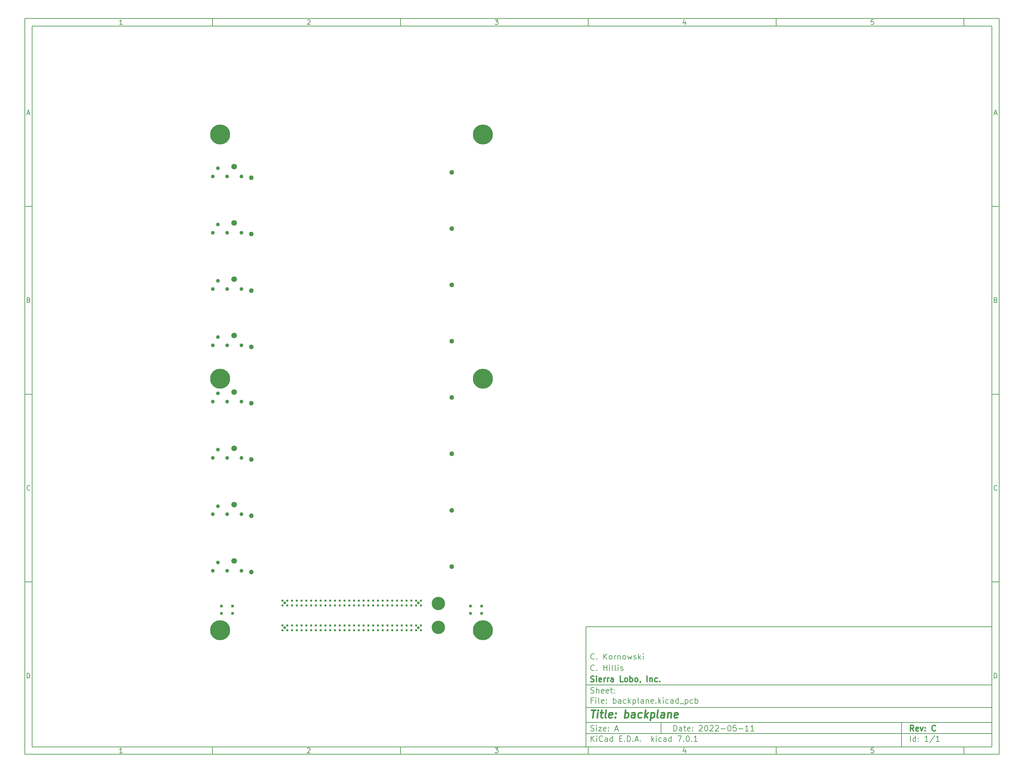
<source format=gbs>
G04 #@! TF.GenerationSoftware,KiCad,Pcbnew,7.0.1*
G04 #@! TF.CreationDate,2023-06-01T09:09:46-04:00*
G04 #@! TF.ProjectId,backplane,6261636b-706c-4616-9e65-2e6b69636164,C*
G04 #@! TF.SameCoordinates,Original*
G04 #@! TF.FileFunction,Soldermask,Bot*
G04 #@! TF.FilePolarity,Negative*
%FSLAX46Y46*%
G04 Gerber Fmt 4.6, Leading zero omitted, Abs format (unit mm)*
G04 Created by KiCad (PCBNEW 7.0.1) date 2023-06-01 09:09:46*
%MOMM*%
%LPD*%
G01*
G04 APERTURE LIST*
%ADD10C,0.100000*%
%ADD11C,0.150000*%
%ADD12C,0.300000*%
%ADD13C,0.400000*%
%ADD14C,1.000000*%
%ADD15C,1.500000*%
%ADD16C,1.270000*%
%ADD17C,5.334000*%
%ADD18C,0.609600*%
%ADD19C,0.740000*%
%ADD20C,3.556000*%
%ADD21R,0.650000X0.700000*%
G04 APERTURE END LIST*
D10*
D11*
X159400000Y-171900000D02*
X267400000Y-171900000D01*
X267400000Y-203900000D01*
X159400000Y-203900000D01*
X159400000Y-171900000D01*
D10*
D11*
X10000000Y-10000000D02*
X269400000Y-10000000D01*
X269400000Y-205900000D01*
X10000000Y-205900000D01*
X10000000Y-10000000D01*
D10*
D11*
X12000000Y-12000000D02*
X267400000Y-12000000D01*
X267400000Y-203900000D01*
X12000000Y-203900000D01*
X12000000Y-12000000D01*
D10*
D11*
X60000000Y-12000000D02*
X60000000Y-10000000D01*
D10*
D11*
X110000000Y-12000000D02*
X110000000Y-10000000D01*
D10*
D11*
X160000000Y-12000000D02*
X160000000Y-10000000D01*
D10*
D11*
X210000000Y-12000000D02*
X210000000Y-10000000D01*
D10*
D11*
X260000000Y-12000000D02*
X260000000Y-10000000D01*
D10*
D11*
X35990476Y-11601404D02*
X35247619Y-11601404D01*
X35619047Y-11601404D02*
X35619047Y-10301404D01*
X35619047Y-10301404D02*
X35495238Y-10487119D01*
X35495238Y-10487119D02*
X35371428Y-10610928D01*
X35371428Y-10610928D02*
X35247619Y-10672833D01*
D10*
D11*
X85247619Y-10425214D02*
X85309523Y-10363309D01*
X85309523Y-10363309D02*
X85433333Y-10301404D01*
X85433333Y-10301404D02*
X85742857Y-10301404D01*
X85742857Y-10301404D02*
X85866666Y-10363309D01*
X85866666Y-10363309D02*
X85928571Y-10425214D01*
X85928571Y-10425214D02*
X85990476Y-10549023D01*
X85990476Y-10549023D02*
X85990476Y-10672833D01*
X85990476Y-10672833D02*
X85928571Y-10858547D01*
X85928571Y-10858547D02*
X85185714Y-11601404D01*
X85185714Y-11601404D02*
X85990476Y-11601404D01*
D10*
D11*
X135185714Y-10301404D02*
X135990476Y-10301404D01*
X135990476Y-10301404D02*
X135557142Y-10796642D01*
X135557142Y-10796642D02*
X135742857Y-10796642D01*
X135742857Y-10796642D02*
X135866666Y-10858547D01*
X135866666Y-10858547D02*
X135928571Y-10920452D01*
X135928571Y-10920452D02*
X135990476Y-11044261D01*
X135990476Y-11044261D02*
X135990476Y-11353785D01*
X135990476Y-11353785D02*
X135928571Y-11477595D01*
X135928571Y-11477595D02*
X135866666Y-11539500D01*
X135866666Y-11539500D02*
X135742857Y-11601404D01*
X135742857Y-11601404D02*
X135371428Y-11601404D01*
X135371428Y-11601404D02*
X135247619Y-11539500D01*
X135247619Y-11539500D02*
X135185714Y-11477595D01*
D10*
D11*
X185866666Y-10734738D02*
X185866666Y-11601404D01*
X185557142Y-10239500D02*
X185247619Y-11168071D01*
X185247619Y-11168071D02*
X186052380Y-11168071D01*
D10*
D11*
X235928571Y-10301404D02*
X235309523Y-10301404D01*
X235309523Y-10301404D02*
X235247619Y-10920452D01*
X235247619Y-10920452D02*
X235309523Y-10858547D01*
X235309523Y-10858547D02*
X235433333Y-10796642D01*
X235433333Y-10796642D02*
X235742857Y-10796642D01*
X235742857Y-10796642D02*
X235866666Y-10858547D01*
X235866666Y-10858547D02*
X235928571Y-10920452D01*
X235928571Y-10920452D02*
X235990476Y-11044261D01*
X235990476Y-11044261D02*
X235990476Y-11353785D01*
X235990476Y-11353785D02*
X235928571Y-11477595D01*
X235928571Y-11477595D02*
X235866666Y-11539500D01*
X235866666Y-11539500D02*
X235742857Y-11601404D01*
X235742857Y-11601404D02*
X235433333Y-11601404D01*
X235433333Y-11601404D02*
X235309523Y-11539500D01*
X235309523Y-11539500D02*
X235247619Y-11477595D01*
D10*
D11*
X60000000Y-203900000D02*
X60000000Y-205900000D01*
D10*
D11*
X110000000Y-203900000D02*
X110000000Y-205900000D01*
D10*
D11*
X160000000Y-203900000D02*
X160000000Y-205900000D01*
D10*
D11*
X210000000Y-203900000D02*
X210000000Y-205900000D01*
D10*
D11*
X260000000Y-203900000D02*
X260000000Y-205900000D01*
D10*
D11*
X35990476Y-205501404D02*
X35247619Y-205501404D01*
X35619047Y-205501404D02*
X35619047Y-204201404D01*
X35619047Y-204201404D02*
X35495238Y-204387119D01*
X35495238Y-204387119D02*
X35371428Y-204510928D01*
X35371428Y-204510928D02*
X35247619Y-204572833D01*
D10*
D11*
X85247619Y-204325214D02*
X85309523Y-204263309D01*
X85309523Y-204263309D02*
X85433333Y-204201404D01*
X85433333Y-204201404D02*
X85742857Y-204201404D01*
X85742857Y-204201404D02*
X85866666Y-204263309D01*
X85866666Y-204263309D02*
X85928571Y-204325214D01*
X85928571Y-204325214D02*
X85990476Y-204449023D01*
X85990476Y-204449023D02*
X85990476Y-204572833D01*
X85990476Y-204572833D02*
X85928571Y-204758547D01*
X85928571Y-204758547D02*
X85185714Y-205501404D01*
X85185714Y-205501404D02*
X85990476Y-205501404D01*
D10*
D11*
X135185714Y-204201404D02*
X135990476Y-204201404D01*
X135990476Y-204201404D02*
X135557142Y-204696642D01*
X135557142Y-204696642D02*
X135742857Y-204696642D01*
X135742857Y-204696642D02*
X135866666Y-204758547D01*
X135866666Y-204758547D02*
X135928571Y-204820452D01*
X135928571Y-204820452D02*
X135990476Y-204944261D01*
X135990476Y-204944261D02*
X135990476Y-205253785D01*
X135990476Y-205253785D02*
X135928571Y-205377595D01*
X135928571Y-205377595D02*
X135866666Y-205439500D01*
X135866666Y-205439500D02*
X135742857Y-205501404D01*
X135742857Y-205501404D02*
X135371428Y-205501404D01*
X135371428Y-205501404D02*
X135247619Y-205439500D01*
X135247619Y-205439500D02*
X135185714Y-205377595D01*
D10*
D11*
X185866666Y-204634738D02*
X185866666Y-205501404D01*
X185557142Y-204139500D02*
X185247619Y-205068071D01*
X185247619Y-205068071D02*
X186052380Y-205068071D01*
D10*
D11*
X235928571Y-204201404D02*
X235309523Y-204201404D01*
X235309523Y-204201404D02*
X235247619Y-204820452D01*
X235247619Y-204820452D02*
X235309523Y-204758547D01*
X235309523Y-204758547D02*
X235433333Y-204696642D01*
X235433333Y-204696642D02*
X235742857Y-204696642D01*
X235742857Y-204696642D02*
X235866666Y-204758547D01*
X235866666Y-204758547D02*
X235928571Y-204820452D01*
X235928571Y-204820452D02*
X235990476Y-204944261D01*
X235990476Y-204944261D02*
X235990476Y-205253785D01*
X235990476Y-205253785D02*
X235928571Y-205377595D01*
X235928571Y-205377595D02*
X235866666Y-205439500D01*
X235866666Y-205439500D02*
X235742857Y-205501404D01*
X235742857Y-205501404D02*
X235433333Y-205501404D01*
X235433333Y-205501404D02*
X235309523Y-205439500D01*
X235309523Y-205439500D02*
X235247619Y-205377595D01*
D10*
D11*
X10000000Y-60000000D02*
X12000000Y-60000000D01*
D10*
D11*
X10000000Y-110000000D02*
X12000000Y-110000000D01*
D10*
D11*
X10000000Y-160000000D02*
X12000000Y-160000000D01*
D10*
D11*
X10690476Y-35229976D02*
X11309523Y-35229976D01*
X10566666Y-35601404D02*
X10999999Y-34301404D01*
X10999999Y-34301404D02*
X11433333Y-35601404D01*
D10*
D11*
X11092857Y-84920452D02*
X11278571Y-84982357D01*
X11278571Y-84982357D02*
X11340476Y-85044261D01*
X11340476Y-85044261D02*
X11402380Y-85168071D01*
X11402380Y-85168071D02*
X11402380Y-85353785D01*
X11402380Y-85353785D02*
X11340476Y-85477595D01*
X11340476Y-85477595D02*
X11278571Y-85539500D01*
X11278571Y-85539500D02*
X11154761Y-85601404D01*
X11154761Y-85601404D02*
X10659523Y-85601404D01*
X10659523Y-85601404D02*
X10659523Y-84301404D01*
X10659523Y-84301404D02*
X11092857Y-84301404D01*
X11092857Y-84301404D02*
X11216666Y-84363309D01*
X11216666Y-84363309D02*
X11278571Y-84425214D01*
X11278571Y-84425214D02*
X11340476Y-84549023D01*
X11340476Y-84549023D02*
X11340476Y-84672833D01*
X11340476Y-84672833D02*
X11278571Y-84796642D01*
X11278571Y-84796642D02*
X11216666Y-84858547D01*
X11216666Y-84858547D02*
X11092857Y-84920452D01*
X11092857Y-84920452D02*
X10659523Y-84920452D01*
D10*
D11*
X11402380Y-135477595D02*
X11340476Y-135539500D01*
X11340476Y-135539500D02*
X11154761Y-135601404D01*
X11154761Y-135601404D02*
X11030952Y-135601404D01*
X11030952Y-135601404D02*
X10845238Y-135539500D01*
X10845238Y-135539500D02*
X10721428Y-135415690D01*
X10721428Y-135415690D02*
X10659523Y-135291880D01*
X10659523Y-135291880D02*
X10597619Y-135044261D01*
X10597619Y-135044261D02*
X10597619Y-134858547D01*
X10597619Y-134858547D02*
X10659523Y-134610928D01*
X10659523Y-134610928D02*
X10721428Y-134487119D01*
X10721428Y-134487119D02*
X10845238Y-134363309D01*
X10845238Y-134363309D02*
X11030952Y-134301404D01*
X11030952Y-134301404D02*
X11154761Y-134301404D01*
X11154761Y-134301404D02*
X11340476Y-134363309D01*
X11340476Y-134363309D02*
X11402380Y-134425214D01*
D10*
D11*
X10659523Y-185601404D02*
X10659523Y-184301404D01*
X10659523Y-184301404D02*
X10969047Y-184301404D01*
X10969047Y-184301404D02*
X11154761Y-184363309D01*
X11154761Y-184363309D02*
X11278571Y-184487119D01*
X11278571Y-184487119D02*
X11340476Y-184610928D01*
X11340476Y-184610928D02*
X11402380Y-184858547D01*
X11402380Y-184858547D02*
X11402380Y-185044261D01*
X11402380Y-185044261D02*
X11340476Y-185291880D01*
X11340476Y-185291880D02*
X11278571Y-185415690D01*
X11278571Y-185415690D02*
X11154761Y-185539500D01*
X11154761Y-185539500D02*
X10969047Y-185601404D01*
X10969047Y-185601404D02*
X10659523Y-185601404D01*
D10*
D11*
X269400000Y-60000000D02*
X267400000Y-60000000D01*
D10*
D11*
X269400000Y-110000000D02*
X267400000Y-110000000D01*
D10*
D11*
X269400000Y-160000000D02*
X267400000Y-160000000D01*
D10*
D11*
X268090476Y-35229976D02*
X268709523Y-35229976D01*
X267966666Y-35601404D02*
X268399999Y-34301404D01*
X268399999Y-34301404D02*
X268833333Y-35601404D01*
D10*
D11*
X268492857Y-84920452D02*
X268678571Y-84982357D01*
X268678571Y-84982357D02*
X268740476Y-85044261D01*
X268740476Y-85044261D02*
X268802380Y-85168071D01*
X268802380Y-85168071D02*
X268802380Y-85353785D01*
X268802380Y-85353785D02*
X268740476Y-85477595D01*
X268740476Y-85477595D02*
X268678571Y-85539500D01*
X268678571Y-85539500D02*
X268554761Y-85601404D01*
X268554761Y-85601404D02*
X268059523Y-85601404D01*
X268059523Y-85601404D02*
X268059523Y-84301404D01*
X268059523Y-84301404D02*
X268492857Y-84301404D01*
X268492857Y-84301404D02*
X268616666Y-84363309D01*
X268616666Y-84363309D02*
X268678571Y-84425214D01*
X268678571Y-84425214D02*
X268740476Y-84549023D01*
X268740476Y-84549023D02*
X268740476Y-84672833D01*
X268740476Y-84672833D02*
X268678571Y-84796642D01*
X268678571Y-84796642D02*
X268616666Y-84858547D01*
X268616666Y-84858547D02*
X268492857Y-84920452D01*
X268492857Y-84920452D02*
X268059523Y-84920452D01*
D10*
D11*
X268802380Y-135477595D02*
X268740476Y-135539500D01*
X268740476Y-135539500D02*
X268554761Y-135601404D01*
X268554761Y-135601404D02*
X268430952Y-135601404D01*
X268430952Y-135601404D02*
X268245238Y-135539500D01*
X268245238Y-135539500D02*
X268121428Y-135415690D01*
X268121428Y-135415690D02*
X268059523Y-135291880D01*
X268059523Y-135291880D02*
X267997619Y-135044261D01*
X267997619Y-135044261D02*
X267997619Y-134858547D01*
X267997619Y-134858547D02*
X268059523Y-134610928D01*
X268059523Y-134610928D02*
X268121428Y-134487119D01*
X268121428Y-134487119D02*
X268245238Y-134363309D01*
X268245238Y-134363309D02*
X268430952Y-134301404D01*
X268430952Y-134301404D02*
X268554761Y-134301404D01*
X268554761Y-134301404D02*
X268740476Y-134363309D01*
X268740476Y-134363309D02*
X268802380Y-134425214D01*
D10*
D11*
X268059523Y-185601404D02*
X268059523Y-184301404D01*
X268059523Y-184301404D02*
X268369047Y-184301404D01*
X268369047Y-184301404D02*
X268554761Y-184363309D01*
X268554761Y-184363309D02*
X268678571Y-184487119D01*
X268678571Y-184487119D02*
X268740476Y-184610928D01*
X268740476Y-184610928D02*
X268802380Y-184858547D01*
X268802380Y-184858547D02*
X268802380Y-185044261D01*
X268802380Y-185044261D02*
X268740476Y-185291880D01*
X268740476Y-185291880D02*
X268678571Y-185415690D01*
X268678571Y-185415690D02*
X268554761Y-185539500D01*
X268554761Y-185539500D02*
X268369047Y-185601404D01*
X268369047Y-185601404D02*
X268059523Y-185601404D01*
D10*
D11*
X182757142Y-199693928D02*
X182757142Y-198193928D01*
X182757142Y-198193928D02*
X183114285Y-198193928D01*
X183114285Y-198193928D02*
X183328571Y-198265357D01*
X183328571Y-198265357D02*
X183471428Y-198408214D01*
X183471428Y-198408214D02*
X183542857Y-198551071D01*
X183542857Y-198551071D02*
X183614285Y-198836785D01*
X183614285Y-198836785D02*
X183614285Y-199051071D01*
X183614285Y-199051071D02*
X183542857Y-199336785D01*
X183542857Y-199336785D02*
X183471428Y-199479642D01*
X183471428Y-199479642D02*
X183328571Y-199622500D01*
X183328571Y-199622500D02*
X183114285Y-199693928D01*
X183114285Y-199693928D02*
X182757142Y-199693928D01*
X184900000Y-199693928D02*
X184900000Y-198908214D01*
X184900000Y-198908214D02*
X184828571Y-198765357D01*
X184828571Y-198765357D02*
X184685714Y-198693928D01*
X184685714Y-198693928D02*
X184400000Y-198693928D01*
X184400000Y-198693928D02*
X184257142Y-198765357D01*
X184900000Y-199622500D02*
X184757142Y-199693928D01*
X184757142Y-199693928D02*
X184400000Y-199693928D01*
X184400000Y-199693928D02*
X184257142Y-199622500D01*
X184257142Y-199622500D02*
X184185714Y-199479642D01*
X184185714Y-199479642D02*
X184185714Y-199336785D01*
X184185714Y-199336785D02*
X184257142Y-199193928D01*
X184257142Y-199193928D02*
X184400000Y-199122500D01*
X184400000Y-199122500D02*
X184757142Y-199122500D01*
X184757142Y-199122500D02*
X184900000Y-199051071D01*
X185400000Y-198693928D02*
X185971428Y-198693928D01*
X185614285Y-198193928D02*
X185614285Y-199479642D01*
X185614285Y-199479642D02*
X185685714Y-199622500D01*
X185685714Y-199622500D02*
X185828571Y-199693928D01*
X185828571Y-199693928D02*
X185971428Y-199693928D01*
X187042857Y-199622500D02*
X186900000Y-199693928D01*
X186900000Y-199693928D02*
X186614286Y-199693928D01*
X186614286Y-199693928D02*
X186471428Y-199622500D01*
X186471428Y-199622500D02*
X186400000Y-199479642D01*
X186400000Y-199479642D02*
X186400000Y-198908214D01*
X186400000Y-198908214D02*
X186471428Y-198765357D01*
X186471428Y-198765357D02*
X186614286Y-198693928D01*
X186614286Y-198693928D02*
X186900000Y-198693928D01*
X186900000Y-198693928D02*
X187042857Y-198765357D01*
X187042857Y-198765357D02*
X187114286Y-198908214D01*
X187114286Y-198908214D02*
X187114286Y-199051071D01*
X187114286Y-199051071D02*
X186400000Y-199193928D01*
X187757142Y-199551071D02*
X187828571Y-199622500D01*
X187828571Y-199622500D02*
X187757142Y-199693928D01*
X187757142Y-199693928D02*
X187685714Y-199622500D01*
X187685714Y-199622500D02*
X187757142Y-199551071D01*
X187757142Y-199551071D02*
X187757142Y-199693928D01*
X187757142Y-198765357D02*
X187828571Y-198836785D01*
X187828571Y-198836785D02*
X187757142Y-198908214D01*
X187757142Y-198908214D02*
X187685714Y-198836785D01*
X187685714Y-198836785D02*
X187757142Y-198765357D01*
X187757142Y-198765357D02*
X187757142Y-198908214D01*
X189542857Y-198336785D02*
X189614285Y-198265357D01*
X189614285Y-198265357D02*
X189757143Y-198193928D01*
X189757143Y-198193928D02*
X190114285Y-198193928D01*
X190114285Y-198193928D02*
X190257143Y-198265357D01*
X190257143Y-198265357D02*
X190328571Y-198336785D01*
X190328571Y-198336785D02*
X190400000Y-198479642D01*
X190400000Y-198479642D02*
X190400000Y-198622500D01*
X190400000Y-198622500D02*
X190328571Y-198836785D01*
X190328571Y-198836785D02*
X189471428Y-199693928D01*
X189471428Y-199693928D02*
X190400000Y-199693928D01*
X191328571Y-198193928D02*
X191471428Y-198193928D01*
X191471428Y-198193928D02*
X191614285Y-198265357D01*
X191614285Y-198265357D02*
X191685714Y-198336785D01*
X191685714Y-198336785D02*
X191757142Y-198479642D01*
X191757142Y-198479642D02*
X191828571Y-198765357D01*
X191828571Y-198765357D02*
X191828571Y-199122500D01*
X191828571Y-199122500D02*
X191757142Y-199408214D01*
X191757142Y-199408214D02*
X191685714Y-199551071D01*
X191685714Y-199551071D02*
X191614285Y-199622500D01*
X191614285Y-199622500D02*
X191471428Y-199693928D01*
X191471428Y-199693928D02*
X191328571Y-199693928D01*
X191328571Y-199693928D02*
X191185714Y-199622500D01*
X191185714Y-199622500D02*
X191114285Y-199551071D01*
X191114285Y-199551071D02*
X191042856Y-199408214D01*
X191042856Y-199408214D02*
X190971428Y-199122500D01*
X190971428Y-199122500D02*
X190971428Y-198765357D01*
X190971428Y-198765357D02*
X191042856Y-198479642D01*
X191042856Y-198479642D02*
X191114285Y-198336785D01*
X191114285Y-198336785D02*
X191185714Y-198265357D01*
X191185714Y-198265357D02*
X191328571Y-198193928D01*
X192399999Y-198336785D02*
X192471427Y-198265357D01*
X192471427Y-198265357D02*
X192614285Y-198193928D01*
X192614285Y-198193928D02*
X192971427Y-198193928D01*
X192971427Y-198193928D02*
X193114285Y-198265357D01*
X193114285Y-198265357D02*
X193185713Y-198336785D01*
X193185713Y-198336785D02*
X193257142Y-198479642D01*
X193257142Y-198479642D02*
X193257142Y-198622500D01*
X193257142Y-198622500D02*
X193185713Y-198836785D01*
X193185713Y-198836785D02*
X192328570Y-199693928D01*
X192328570Y-199693928D02*
X193257142Y-199693928D01*
X193828570Y-198336785D02*
X193899998Y-198265357D01*
X193899998Y-198265357D02*
X194042856Y-198193928D01*
X194042856Y-198193928D02*
X194399998Y-198193928D01*
X194399998Y-198193928D02*
X194542856Y-198265357D01*
X194542856Y-198265357D02*
X194614284Y-198336785D01*
X194614284Y-198336785D02*
X194685713Y-198479642D01*
X194685713Y-198479642D02*
X194685713Y-198622500D01*
X194685713Y-198622500D02*
X194614284Y-198836785D01*
X194614284Y-198836785D02*
X193757141Y-199693928D01*
X193757141Y-199693928D02*
X194685713Y-199693928D01*
X195328569Y-199122500D02*
X196471427Y-199122500D01*
X197471427Y-198193928D02*
X197614284Y-198193928D01*
X197614284Y-198193928D02*
X197757141Y-198265357D01*
X197757141Y-198265357D02*
X197828570Y-198336785D01*
X197828570Y-198336785D02*
X197899998Y-198479642D01*
X197899998Y-198479642D02*
X197971427Y-198765357D01*
X197971427Y-198765357D02*
X197971427Y-199122500D01*
X197971427Y-199122500D02*
X197899998Y-199408214D01*
X197899998Y-199408214D02*
X197828570Y-199551071D01*
X197828570Y-199551071D02*
X197757141Y-199622500D01*
X197757141Y-199622500D02*
X197614284Y-199693928D01*
X197614284Y-199693928D02*
X197471427Y-199693928D01*
X197471427Y-199693928D02*
X197328570Y-199622500D01*
X197328570Y-199622500D02*
X197257141Y-199551071D01*
X197257141Y-199551071D02*
X197185712Y-199408214D01*
X197185712Y-199408214D02*
X197114284Y-199122500D01*
X197114284Y-199122500D02*
X197114284Y-198765357D01*
X197114284Y-198765357D02*
X197185712Y-198479642D01*
X197185712Y-198479642D02*
X197257141Y-198336785D01*
X197257141Y-198336785D02*
X197328570Y-198265357D01*
X197328570Y-198265357D02*
X197471427Y-198193928D01*
X199328569Y-198193928D02*
X198614283Y-198193928D01*
X198614283Y-198193928D02*
X198542855Y-198908214D01*
X198542855Y-198908214D02*
X198614283Y-198836785D01*
X198614283Y-198836785D02*
X198757141Y-198765357D01*
X198757141Y-198765357D02*
X199114283Y-198765357D01*
X199114283Y-198765357D02*
X199257141Y-198836785D01*
X199257141Y-198836785D02*
X199328569Y-198908214D01*
X199328569Y-198908214D02*
X199399998Y-199051071D01*
X199399998Y-199051071D02*
X199399998Y-199408214D01*
X199399998Y-199408214D02*
X199328569Y-199551071D01*
X199328569Y-199551071D02*
X199257141Y-199622500D01*
X199257141Y-199622500D02*
X199114283Y-199693928D01*
X199114283Y-199693928D02*
X198757141Y-199693928D01*
X198757141Y-199693928D02*
X198614283Y-199622500D01*
X198614283Y-199622500D02*
X198542855Y-199551071D01*
X200042854Y-199122500D02*
X201185712Y-199122500D01*
X202685712Y-199693928D02*
X201828569Y-199693928D01*
X202257140Y-199693928D02*
X202257140Y-198193928D01*
X202257140Y-198193928D02*
X202114283Y-198408214D01*
X202114283Y-198408214D02*
X201971426Y-198551071D01*
X201971426Y-198551071D02*
X201828569Y-198622500D01*
X204114283Y-199693928D02*
X203257140Y-199693928D01*
X203685711Y-199693928D02*
X203685711Y-198193928D01*
X203685711Y-198193928D02*
X203542854Y-198408214D01*
X203542854Y-198408214D02*
X203399997Y-198551071D01*
X203399997Y-198551071D02*
X203257140Y-198622500D01*
D10*
D11*
X159400000Y-200400000D02*
X267400000Y-200400000D01*
D10*
D11*
X160757142Y-202493928D02*
X160757142Y-200993928D01*
X161614285Y-202493928D02*
X160971428Y-201636785D01*
X161614285Y-200993928D02*
X160757142Y-201851071D01*
X162257142Y-202493928D02*
X162257142Y-201493928D01*
X162257142Y-200993928D02*
X162185714Y-201065357D01*
X162185714Y-201065357D02*
X162257142Y-201136785D01*
X162257142Y-201136785D02*
X162328571Y-201065357D01*
X162328571Y-201065357D02*
X162257142Y-200993928D01*
X162257142Y-200993928D02*
X162257142Y-201136785D01*
X163828571Y-202351071D02*
X163757143Y-202422500D01*
X163757143Y-202422500D02*
X163542857Y-202493928D01*
X163542857Y-202493928D02*
X163400000Y-202493928D01*
X163400000Y-202493928D02*
X163185714Y-202422500D01*
X163185714Y-202422500D02*
X163042857Y-202279642D01*
X163042857Y-202279642D02*
X162971428Y-202136785D01*
X162971428Y-202136785D02*
X162900000Y-201851071D01*
X162900000Y-201851071D02*
X162900000Y-201636785D01*
X162900000Y-201636785D02*
X162971428Y-201351071D01*
X162971428Y-201351071D02*
X163042857Y-201208214D01*
X163042857Y-201208214D02*
X163185714Y-201065357D01*
X163185714Y-201065357D02*
X163400000Y-200993928D01*
X163400000Y-200993928D02*
X163542857Y-200993928D01*
X163542857Y-200993928D02*
X163757143Y-201065357D01*
X163757143Y-201065357D02*
X163828571Y-201136785D01*
X165114286Y-202493928D02*
X165114286Y-201708214D01*
X165114286Y-201708214D02*
X165042857Y-201565357D01*
X165042857Y-201565357D02*
X164900000Y-201493928D01*
X164900000Y-201493928D02*
X164614286Y-201493928D01*
X164614286Y-201493928D02*
X164471428Y-201565357D01*
X165114286Y-202422500D02*
X164971428Y-202493928D01*
X164971428Y-202493928D02*
X164614286Y-202493928D01*
X164614286Y-202493928D02*
X164471428Y-202422500D01*
X164471428Y-202422500D02*
X164400000Y-202279642D01*
X164400000Y-202279642D02*
X164400000Y-202136785D01*
X164400000Y-202136785D02*
X164471428Y-201993928D01*
X164471428Y-201993928D02*
X164614286Y-201922500D01*
X164614286Y-201922500D02*
X164971428Y-201922500D01*
X164971428Y-201922500D02*
X165114286Y-201851071D01*
X166471429Y-202493928D02*
X166471429Y-200993928D01*
X166471429Y-202422500D02*
X166328571Y-202493928D01*
X166328571Y-202493928D02*
X166042857Y-202493928D01*
X166042857Y-202493928D02*
X165900000Y-202422500D01*
X165900000Y-202422500D02*
X165828571Y-202351071D01*
X165828571Y-202351071D02*
X165757143Y-202208214D01*
X165757143Y-202208214D02*
X165757143Y-201779642D01*
X165757143Y-201779642D02*
X165828571Y-201636785D01*
X165828571Y-201636785D02*
X165900000Y-201565357D01*
X165900000Y-201565357D02*
X166042857Y-201493928D01*
X166042857Y-201493928D02*
X166328571Y-201493928D01*
X166328571Y-201493928D02*
X166471429Y-201565357D01*
X168328571Y-201708214D02*
X168828571Y-201708214D01*
X169042857Y-202493928D02*
X168328571Y-202493928D01*
X168328571Y-202493928D02*
X168328571Y-200993928D01*
X168328571Y-200993928D02*
X169042857Y-200993928D01*
X169685714Y-202351071D02*
X169757143Y-202422500D01*
X169757143Y-202422500D02*
X169685714Y-202493928D01*
X169685714Y-202493928D02*
X169614286Y-202422500D01*
X169614286Y-202422500D02*
X169685714Y-202351071D01*
X169685714Y-202351071D02*
X169685714Y-202493928D01*
X170400000Y-202493928D02*
X170400000Y-200993928D01*
X170400000Y-200993928D02*
X170757143Y-200993928D01*
X170757143Y-200993928D02*
X170971429Y-201065357D01*
X170971429Y-201065357D02*
X171114286Y-201208214D01*
X171114286Y-201208214D02*
X171185715Y-201351071D01*
X171185715Y-201351071D02*
X171257143Y-201636785D01*
X171257143Y-201636785D02*
X171257143Y-201851071D01*
X171257143Y-201851071D02*
X171185715Y-202136785D01*
X171185715Y-202136785D02*
X171114286Y-202279642D01*
X171114286Y-202279642D02*
X170971429Y-202422500D01*
X170971429Y-202422500D02*
X170757143Y-202493928D01*
X170757143Y-202493928D02*
X170400000Y-202493928D01*
X171900000Y-202351071D02*
X171971429Y-202422500D01*
X171971429Y-202422500D02*
X171900000Y-202493928D01*
X171900000Y-202493928D02*
X171828572Y-202422500D01*
X171828572Y-202422500D02*
X171900000Y-202351071D01*
X171900000Y-202351071D02*
X171900000Y-202493928D01*
X172542858Y-202065357D02*
X173257144Y-202065357D01*
X172400001Y-202493928D02*
X172900001Y-200993928D01*
X172900001Y-200993928D02*
X173400001Y-202493928D01*
X173900000Y-202351071D02*
X173971429Y-202422500D01*
X173971429Y-202422500D02*
X173900000Y-202493928D01*
X173900000Y-202493928D02*
X173828572Y-202422500D01*
X173828572Y-202422500D02*
X173900000Y-202351071D01*
X173900000Y-202351071D02*
X173900000Y-202493928D01*
X176900000Y-202493928D02*
X176900000Y-200993928D01*
X177042858Y-201922500D02*
X177471429Y-202493928D01*
X177471429Y-201493928D02*
X176900000Y-202065357D01*
X178114286Y-202493928D02*
X178114286Y-201493928D01*
X178114286Y-200993928D02*
X178042858Y-201065357D01*
X178042858Y-201065357D02*
X178114286Y-201136785D01*
X178114286Y-201136785D02*
X178185715Y-201065357D01*
X178185715Y-201065357D02*
X178114286Y-200993928D01*
X178114286Y-200993928D02*
X178114286Y-201136785D01*
X179471430Y-202422500D02*
X179328572Y-202493928D01*
X179328572Y-202493928D02*
X179042858Y-202493928D01*
X179042858Y-202493928D02*
X178900001Y-202422500D01*
X178900001Y-202422500D02*
X178828572Y-202351071D01*
X178828572Y-202351071D02*
X178757144Y-202208214D01*
X178757144Y-202208214D02*
X178757144Y-201779642D01*
X178757144Y-201779642D02*
X178828572Y-201636785D01*
X178828572Y-201636785D02*
X178900001Y-201565357D01*
X178900001Y-201565357D02*
X179042858Y-201493928D01*
X179042858Y-201493928D02*
X179328572Y-201493928D01*
X179328572Y-201493928D02*
X179471430Y-201565357D01*
X180757144Y-202493928D02*
X180757144Y-201708214D01*
X180757144Y-201708214D02*
X180685715Y-201565357D01*
X180685715Y-201565357D02*
X180542858Y-201493928D01*
X180542858Y-201493928D02*
X180257144Y-201493928D01*
X180257144Y-201493928D02*
X180114286Y-201565357D01*
X180757144Y-202422500D02*
X180614286Y-202493928D01*
X180614286Y-202493928D02*
X180257144Y-202493928D01*
X180257144Y-202493928D02*
X180114286Y-202422500D01*
X180114286Y-202422500D02*
X180042858Y-202279642D01*
X180042858Y-202279642D02*
X180042858Y-202136785D01*
X180042858Y-202136785D02*
X180114286Y-201993928D01*
X180114286Y-201993928D02*
X180257144Y-201922500D01*
X180257144Y-201922500D02*
X180614286Y-201922500D01*
X180614286Y-201922500D02*
X180757144Y-201851071D01*
X182114287Y-202493928D02*
X182114287Y-200993928D01*
X182114287Y-202422500D02*
X181971429Y-202493928D01*
X181971429Y-202493928D02*
X181685715Y-202493928D01*
X181685715Y-202493928D02*
X181542858Y-202422500D01*
X181542858Y-202422500D02*
X181471429Y-202351071D01*
X181471429Y-202351071D02*
X181400001Y-202208214D01*
X181400001Y-202208214D02*
X181400001Y-201779642D01*
X181400001Y-201779642D02*
X181471429Y-201636785D01*
X181471429Y-201636785D02*
X181542858Y-201565357D01*
X181542858Y-201565357D02*
X181685715Y-201493928D01*
X181685715Y-201493928D02*
X181971429Y-201493928D01*
X181971429Y-201493928D02*
X182114287Y-201565357D01*
X183828572Y-200993928D02*
X184828572Y-200993928D01*
X184828572Y-200993928D02*
X184185715Y-202493928D01*
X185400000Y-202351071D02*
X185471429Y-202422500D01*
X185471429Y-202422500D02*
X185400000Y-202493928D01*
X185400000Y-202493928D02*
X185328572Y-202422500D01*
X185328572Y-202422500D02*
X185400000Y-202351071D01*
X185400000Y-202351071D02*
X185400000Y-202493928D01*
X186400001Y-200993928D02*
X186542858Y-200993928D01*
X186542858Y-200993928D02*
X186685715Y-201065357D01*
X186685715Y-201065357D02*
X186757144Y-201136785D01*
X186757144Y-201136785D02*
X186828572Y-201279642D01*
X186828572Y-201279642D02*
X186900001Y-201565357D01*
X186900001Y-201565357D02*
X186900001Y-201922500D01*
X186900001Y-201922500D02*
X186828572Y-202208214D01*
X186828572Y-202208214D02*
X186757144Y-202351071D01*
X186757144Y-202351071D02*
X186685715Y-202422500D01*
X186685715Y-202422500D02*
X186542858Y-202493928D01*
X186542858Y-202493928D02*
X186400001Y-202493928D01*
X186400001Y-202493928D02*
X186257144Y-202422500D01*
X186257144Y-202422500D02*
X186185715Y-202351071D01*
X186185715Y-202351071D02*
X186114286Y-202208214D01*
X186114286Y-202208214D02*
X186042858Y-201922500D01*
X186042858Y-201922500D02*
X186042858Y-201565357D01*
X186042858Y-201565357D02*
X186114286Y-201279642D01*
X186114286Y-201279642D02*
X186185715Y-201136785D01*
X186185715Y-201136785D02*
X186257144Y-201065357D01*
X186257144Y-201065357D02*
X186400001Y-200993928D01*
X187542857Y-202351071D02*
X187614286Y-202422500D01*
X187614286Y-202422500D02*
X187542857Y-202493928D01*
X187542857Y-202493928D02*
X187471429Y-202422500D01*
X187471429Y-202422500D02*
X187542857Y-202351071D01*
X187542857Y-202351071D02*
X187542857Y-202493928D01*
X189042858Y-202493928D02*
X188185715Y-202493928D01*
X188614286Y-202493928D02*
X188614286Y-200993928D01*
X188614286Y-200993928D02*
X188471429Y-201208214D01*
X188471429Y-201208214D02*
X188328572Y-201351071D01*
X188328572Y-201351071D02*
X188185715Y-201422500D01*
D10*
D11*
X159400000Y-197400000D02*
X267400000Y-197400000D01*
D10*
D12*
X246614285Y-199693928D02*
X246114285Y-198979642D01*
X245757142Y-199693928D02*
X245757142Y-198193928D01*
X245757142Y-198193928D02*
X246328571Y-198193928D01*
X246328571Y-198193928D02*
X246471428Y-198265357D01*
X246471428Y-198265357D02*
X246542857Y-198336785D01*
X246542857Y-198336785D02*
X246614285Y-198479642D01*
X246614285Y-198479642D02*
X246614285Y-198693928D01*
X246614285Y-198693928D02*
X246542857Y-198836785D01*
X246542857Y-198836785D02*
X246471428Y-198908214D01*
X246471428Y-198908214D02*
X246328571Y-198979642D01*
X246328571Y-198979642D02*
X245757142Y-198979642D01*
X247828571Y-199622500D02*
X247685714Y-199693928D01*
X247685714Y-199693928D02*
X247400000Y-199693928D01*
X247400000Y-199693928D02*
X247257142Y-199622500D01*
X247257142Y-199622500D02*
X247185714Y-199479642D01*
X247185714Y-199479642D02*
X247185714Y-198908214D01*
X247185714Y-198908214D02*
X247257142Y-198765357D01*
X247257142Y-198765357D02*
X247400000Y-198693928D01*
X247400000Y-198693928D02*
X247685714Y-198693928D01*
X247685714Y-198693928D02*
X247828571Y-198765357D01*
X247828571Y-198765357D02*
X247900000Y-198908214D01*
X247900000Y-198908214D02*
X247900000Y-199051071D01*
X247900000Y-199051071D02*
X247185714Y-199193928D01*
X248399999Y-198693928D02*
X248757142Y-199693928D01*
X248757142Y-199693928D02*
X249114285Y-198693928D01*
X249685713Y-199551071D02*
X249757142Y-199622500D01*
X249757142Y-199622500D02*
X249685713Y-199693928D01*
X249685713Y-199693928D02*
X249614285Y-199622500D01*
X249614285Y-199622500D02*
X249685713Y-199551071D01*
X249685713Y-199551071D02*
X249685713Y-199693928D01*
X249685713Y-198765357D02*
X249757142Y-198836785D01*
X249757142Y-198836785D02*
X249685713Y-198908214D01*
X249685713Y-198908214D02*
X249614285Y-198836785D01*
X249614285Y-198836785D02*
X249685713Y-198765357D01*
X249685713Y-198765357D02*
X249685713Y-198908214D01*
X252399999Y-199551071D02*
X252328571Y-199622500D01*
X252328571Y-199622500D02*
X252114285Y-199693928D01*
X252114285Y-199693928D02*
X251971428Y-199693928D01*
X251971428Y-199693928D02*
X251757142Y-199622500D01*
X251757142Y-199622500D02*
X251614285Y-199479642D01*
X251614285Y-199479642D02*
X251542856Y-199336785D01*
X251542856Y-199336785D02*
X251471428Y-199051071D01*
X251471428Y-199051071D02*
X251471428Y-198836785D01*
X251471428Y-198836785D02*
X251542856Y-198551071D01*
X251542856Y-198551071D02*
X251614285Y-198408214D01*
X251614285Y-198408214D02*
X251757142Y-198265357D01*
X251757142Y-198265357D02*
X251971428Y-198193928D01*
X251971428Y-198193928D02*
X252114285Y-198193928D01*
X252114285Y-198193928D02*
X252328571Y-198265357D01*
X252328571Y-198265357D02*
X252399999Y-198336785D01*
D10*
D11*
X160685714Y-199622500D02*
X160900000Y-199693928D01*
X160900000Y-199693928D02*
X161257142Y-199693928D01*
X161257142Y-199693928D02*
X161400000Y-199622500D01*
X161400000Y-199622500D02*
X161471428Y-199551071D01*
X161471428Y-199551071D02*
X161542857Y-199408214D01*
X161542857Y-199408214D02*
X161542857Y-199265357D01*
X161542857Y-199265357D02*
X161471428Y-199122500D01*
X161471428Y-199122500D02*
X161400000Y-199051071D01*
X161400000Y-199051071D02*
X161257142Y-198979642D01*
X161257142Y-198979642D02*
X160971428Y-198908214D01*
X160971428Y-198908214D02*
X160828571Y-198836785D01*
X160828571Y-198836785D02*
X160757142Y-198765357D01*
X160757142Y-198765357D02*
X160685714Y-198622500D01*
X160685714Y-198622500D02*
X160685714Y-198479642D01*
X160685714Y-198479642D02*
X160757142Y-198336785D01*
X160757142Y-198336785D02*
X160828571Y-198265357D01*
X160828571Y-198265357D02*
X160971428Y-198193928D01*
X160971428Y-198193928D02*
X161328571Y-198193928D01*
X161328571Y-198193928D02*
X161542857Y-198265357D01*
X162185713Y-199693928D02*
X162185713Y-198693928D01*
X162185713Y-198193928D02*
X162114285Y-198265357D01*
X162114285Y-198265357D02*
X162185713Y-198336785D01*
X162185713Y-198336785D02*
X162257142Y-198265357D01*
X162257142Y-198265357D02*
X162185713Y-198193928D01*
X162185713Y-198193928D02*
X162185713Y-198336785D01*
X162757142Y-198693928D02*
X163542857Y-198693928D01*
X163542857Y-198693928D02*
X162757142Y-199693928D01*
X162757142Y-199693928D02*
X163542857Y-199693928D01*
X164685714Y-199622500D02*
X164542857Y-199693928D01*
X164542857Y-199693928D02*
X164257143Y-199693928D01*
X164257143Y-199693928D02*
X164114285Y-199622500D01*
X164114285Y-199622500D02*
X164042857Y-199479642D01*
X164042857Y-199479642D02*
X164042857Y-198908214D01*
X164042857Y-198908214D02*
X164114285Y-198765357D01*
X164114285Y-198765357D02*
X164257143Y-198693928D01*
X164257143Y-198693928D02*
X164542857Y-198693928D01*
X164542857Y-198693928D02*
X164685714Y-198765357D01*
X164685714Y-198765357D02*
X164757143Y-198908214D01*
X164757143Y-198908214D02*
X164757143Y-199051071D01*
X164757143Y-199051071D02*
X164042857Y-199193928D01*
X165399999Y-199551071D02*
X165471428Y-199622500D01*
X165471428Y-199622500D02*
X165399999Y-199693928D01*
X165399999Y-199693928D02*
X165328571Y-199622500D01*
X165328571Y-199622500D02*
X165399999Y-199551071D01*
X165399999Y-199551071D02*
X165399999Y-199693928D01*
X165399999Y-198765357D02*
X165471428Y-198836785D01*
X165471428Y-198836785D02*
X165399999Y-198908214D01*
X165399999Y-198908214D02*
X165328571Y-198836785D01*
X165328571Y-198836785D02*
X165399999Y-198765357D01*
X165399999Y-198765357D02*
X165399999Y-198908214D01*
X167185714Y-199265357D02*
X167900000Y-199265357D01*
X167042857Y-199693928D02*
X167542857Y-198193928D01*
X167542857Y-198193928D02*
X168042857Y-199693928D01*
D10*
D11*
X245757142Y-202493928D02*
X245757142Y-200993928D01*
X247114286Y-202493928D02*
X247114286Y-200993928D01*
X247114286Y-202422500D02*
X246971428Y-202493928D01*
X246971428Y-202493928D02*
X246685714Y-202493928D01*
X246685714Y-202493928D02*
X246542857Y-202422500D01*
X246542857Y-202422500D02*
X246471428Y-202351071D01*
X246471428Y-202351071D02*
X246400000Y-202208214D01*
X246400000Y-202208214D02*
X246400000Y-201779642D01*
X246400000Y-201779642D02*
X246471428Y-201636785D01*
X246471428Y-201636785D02*
X246542857Y-201565357D01*
X246542857Y-201565357D02*
X246685714Y-201493928D01*
X246685714Y-201493928D02*
X246971428Y-201493928D01*
X246971428Y-201493928D02*
X247114286Y-201565357D01*
X247828571Y-202351071D02*
X247900000Y-202422500D01*
X247900000Y-202422500D02*
X247828571Y-202493928D01*
X247828571Y-202493928D02*
X247757143Y-202422500D01*
X247757143Y-202422500D02*
X247828571Y-202351071D01*
X247828571Y-202351071D02*
X247828571Y-202493928D01*
X247828571Y-201565357D02*
X247900000Y-201636785D01*
X247900000Y-201636785D02*
X247828571Y-201708214D01*
X247828571Y-201708214D02*
X247757143Y-201636785D01*
X247757143Y-201636785D02*
X247828571Y-201565357D01*
X247828571Y-201565357D02*
X247828571Y-201708214D01*
X250471429Y-202493928D02*
X249614286Y-202493928D01*
X250042857Y-202493928D02*
X250042857Y-200993928D01*
X250042857Y-200993928D02*
X249900000Y-201208214D01*
X249900000Y-201208214D02*
X249757143Y-201351071D01*
X249757143Y-201351071D02*
X249614286Y-201422500D01*
X252185714Y-200922500D02*
X250900000Y-202851071D01*
X253471429Y-202493928D02*
X252614286Y-202493928D01*
X253042857Y-202493928D02*
X253042857Y-200993928D01*
X253042857Y-200993928D02*
X252900000Y-201208214D01*
X252900000Y-201208214D02*
X252757143Y-201351071D01*
X252757143Y-201351071D02*
X252614286Y-201422500D01*
D10*
D11*
X159400000Y-193400000D02*
X267400000Y-193400000D01*
D10*
D13*
X160828571Y-194125238D02*
X161971428Y-194125238D01*
X161150000Y-196125238D02*
X161400000Y-194125238D01*
X162376190Y-196125238D02*
X162542857Y-194791904D01*
X162626190Y-194125238D02*
X162519047Y-194220476D01*
X162519047Y-194220476D02*
X162602381Y-194315714D01*
X162602381Y-194315714D02*
X162709524Y-194220476D01*
X162709524Y-194220476D02*
X162626190Y-194125238D01*
X162626190Y-194125238D02*
X162602381Y-194315714D01*
X163197619Y-194791904D02*
X163959523Y-194791904D01*
X163566666Y-194125238D02*
X163352381Y-195839523D01*
X163352381Y-195839523D02*
X163423809Y-196030000D01*
X163423809Y-196030000D02*
X163602381Y-196125238D01*
X163602381Y-196125238D02*
X163792857Y-196125238D01*
X164733333Y-196125238D02*
X164554761Y-196030000D01*
X164554761Y-196030000D02*
X164483333Y-195839523D01*
X164483333Y-195839523D02*
X164697618Y-194125238D01*
X166257142Y-196030000D02*
X166054761Y-196125238D01*
X166054761Y-196125238D02*
X165673808Y-196125238D01*
X165673808Y-196125238D02*
X165495237Y-196030000D01*
X165495237Y-196030000D02*
X165423808Y-195839523D01*
X165423808Y-195839523D02*
X165519047Y-195077619D01*
X165519047Y-195077619D02*
X165638094Y-194887142D01*
X165638094Y-194887142D02*
X165840475Y-194791904D01*
X165840475Y-194791904D02*
X166221427Y-194791904D01*
X166221427Y-194791904D02*
X166399999Y-194887142D01*
X166399999Y-194887142D02*
X166471427Y-195077619D01*
X166471427Y-195077619D02*
X166447618Y-195268095D01*
X166447618Y-195268095D02*
X165471427Y-195458571D01*
X167209523Y-195934761D02*
X167292856Y-196030000D01*
X167292856Y-196030000D02*
X167185713Y-196125238D01*
X167185713Y-196125238D02*
X167102380Y-196030000D01*
X167102380Y-196030000D02*
X167209523Y-195934761D01*
X167209523Y-195934761D02*
X167185713Y-196125238D01*
X167340475Y-194887142D02*
X167423808Y-194982380D01*
X167423808Y-194982380D02*
X167316666Y-195077619D01*
X167316666Y-195077619D02*
X167233332Y-194982380D01*
X167233332Y-194982380D02*
X167340475Y-194887142D01*
X167340475Y-194887142D02*
X167316666Y-195077619D01*
X169649999Y-196125238D02*
X169899999Y-194125238D01*
X169804761Y-194887142D02*
X170007142Y-194791904D01*
X170007142Y-194791904D02*
X170388094Y-194791904D01*
X170388094Y-194791904D02*
X170566666Y-194887142D01*
X170566666Y-194887142D02*
X170649999Y-194982380D01*
X170649999Y-194982380D02*
X170721428Y-195172857D01*
X170721428Y-195172857D02*
X170649999Y-195744285D01*
X170649999Y-195744285D02*
X170530952Y-195934761D01*
X170530952Y-195934761D02*
X170423809Y-196030000D01*
X170423809Y-196030000D02*
X170221428Y-196125238D01*
X170221428Y-196125238D02*
X169840475Y-196125238D01*
X169840475Y-196125238D02*
X169661904Y-196030000D01*
X172304761Y-196125238D02*
X172435713Y-195077619D01*
X172435713Y-195077619D02*
X172364285Y-194887142D01*
X172364285Y-194887142D02*
X172185713Y-194791904D01*
X172185713Y-194791904D02*
X171804761Y-194791904D01*
X171804761Y-194791904D02*
X171602380Y-194887142D01*
X172316666Y-196030000D02*
X172114285Y-196125238D01*
X172114285Y-196125238D02*
X171638094Y-196125238D01*
X171638094Y-196125238D02*
X171459523Y-196030000D01*
X171459523Y-196030000D02*
X171388094Y-195839523D01*
X171388094Y-195839523D02*
X171411904Y-195649047D01*
X171411904Y-195649047D02*
X171530952Y-195458571D01*
X171530952Y-195458571D02*
X171733333Y-195363333D01*
X171733333Y-195363333D02*
X172209523Y-195363333D01*
X172209523Y-195363333D02*
X172411904Y-195268095D01*
X174114285Y-196030000D02*
X173911904Y-196125238D01*
X173911904Y-196125238D02*
X173530952Y-196125238D01*
X173530952Y-196125238D02*
X173352380Y-196030000D01*
X173352380Y-196030000D02*
X173269047Y-195934761D01*
X173269047Y-195934761D02*
X173197618Y-195744285D01*
X173197618Y-195744285D02*
X173269047Y-195172857D01*
X173269047Y-195172857D02*
X173388094Y-194982380D01*
X173388094Y-194982380D02*
X173495237Y-194887142D01*
X173495237Y-194887142D02*
X173697618Y-194791904D01*
X173697618Y-194791904D02*
X174078571Y-194791904D01*
X174078571Y-194791904D02*
X174257142Y-194887142D01*
X174947618Y-196125238D02*
X175197618Y-194125238D01*
X175233333Y-195363333D02*
X175709523Y-196125238D01*
X175876190Y-194791904D02*
X175019047Y-195553809D01*
X176721428Y-194791904D02*
X176471428Y-196791904D01*
X176709523Y-194887142D02*
X176911904Y-194791904D01*
X176911904Y-194791904D02*
X177292856Y-194791904D01*
X177292856Y-194791904D02*
X177471428Y-194887142D01*
X177471428Y-194887142D02*
X177554761Y-194982380D01*
X177554761Y-194982380D02*
X177626190Y-195172857D01*
X177626190Y-195172857D02*
X177554761Y-195744285D01*
X177554761Y-195744285D02*
X177435714Y-195934761D01*
X177435714Y-195934761D02*
X177328571Y-196030000D01*
X177328571Y-196030000D02*
X177126190Y-196125238D01*
X177126190Y-196125238D02*
X176745237Y-196125238D01*
X176745237Y-196125238D02*
X176566666Y-196030000D01*
X178554762Y-196125238D02*
X178376190Y-196030000D01*
X178376190Y-196030000D02*
X178304762Y-195839523D01*
X178304762Y-195839523D02*
X178519047Y-194125238D01*
X180161904Y-196125238D02*
X180292856Y-195077619D01*
X180292856Y-195077619D02*
X180221428Y-194887142D01*
X180221428Y-194887142D02*
X180042856Y-194791904D01*
X180042856Y-194791904D02*
X179661904Y-194791904D01*
X179661904Y-194791904D02*
X179459523Y-194887142D01*
X180173809Y-196030000D02*
X179971428Y-196125238D01*
X179971428Y-196125238D02*
X179495237Y-196125238D01*
X179495237Y-196125238D02*
X179316666Y-196030000D01*
X179316666Y-196030000D02*
X179245237Y-195839523D01*
X179245237Y-195839523D02*
X179269047Y-195649047D01*
X179269047Y-195649047D02*
X179388095Y-195458571D01*
X179388095Y-195458571D02*
X179590476Y-195363333D01*
X179590476Y-195363333D02*
X180066666Y-195363333D01*
X180066666Y-195363333D02*
X180269047Y-195268095D01*
X181269047Y-194791904D02*
X181102380Y-196125238D01*
X181245237Y-194982380D02*
X181352380Y-194887142D01*
X181352380Y-194887142D02*
X181554761Y-194791904D01*
X181554761Y-194791904D02*
X181840475Y-194791904D01*
X181840475Y-194791904D02*
X182019047Y-194887142D01*
X182019047Y-194887142D02*
X182090475Y-195077619D01*
X182090475Y-195077619D02*
X181959523Y-196125238D01*
X183673809Y-196030000D02*
X183471428Y-196125238D01*
X183471428Y-196125238D02*
X183090475Y-196125238D01*
X183090475Y-196125238D02*
X182911904Y-196030000D01*
X182911904Y-196030000D02*
X182840475Y-195839523D01*
X182840475Y-195839523D02*
X182935714Y-195077619D01*
X182935714Y-195077619D02*
X183054761Y-194887142D01*
X183054761Y-194887142D02*
X183257142Y-194791904D01*
X183257142Y-194791904D02*
X183638094Y-194791904D01*
X183638094Y-194791904D02*
X183816666Y-194887142D01*
X183816666Y-194887142D02*
X183888094Y-195077619D01*
X183888094Y-195077619D02*
X183864285Y-195268095D01*
X183864285Y-195268095D02*
X182888094Y-195458571D01*
D10*
D11*
X161257142Y-191508214D02*
X160757142Y-191508214D01*
X160757142Y-192293928D02*
X160757142Y-190793928D01*
X160757142Y-190793928D02*
X161471428Y-190793928D01*
X162042856Y-192293928D02*
X162042856Y-191293928D01*
X162042856Y-190793928D02*
X161971428Y-190865357D01*
X161971428Y-190865357D02*
X162042856Y-190936785D01*
X162042856Y-190936785D02*
X162114285Y-190865357D01*
X162114285Y-190865357D02*
X162042856Y-190793928D01*
X162042856Y-190793928D02*
X162042856Y-190936785D01*
X162971428Y-192293928D02*
X162828571Y-192222500D01*
X162828571Y-192222500D02*
X162757142Y-192079642D01*
X162757142Y-192079642D02*
X162757142Y-190793928D01*
X164114285Y-192222500D02*
X163971428Y-192293928D01*
X163971428Y-192293928D02*
X163685714Y-192293928D01*
X163685714Y-192293928D02*
X163542856Y-192222500D01*
X163542856Y-192222500D02*
X163471428Y-192079642D01*
X163471428Y-192079642D02*
X163471428Y-191508214D01*
X163471428Y-191508214D02*
X163542856Y-191365357D01*
X163542856Y-191365357D02*
X163685714Y-191293928D01*
X163685714Y-191293928D02*
X163971428Y-191293928D01*
X163971428Y-191293928D02*
X164114285Y-191365357D01*
X164114285Y-191365357D02*
X164185714Y-191508214D01*
X164185714Y-191508214D02*
X164185714Y-191651071D01*
X164185714Y-191651071D02*
X163471428Y-191793928D01*
X164828570Y-192151071D02*
X164899999Y-192222500D01*
X164899999Y-192222500D02*
X164828570Y-192293928D01*
X164828570Y-192293928D02*
X164757142Y-192222500D01*
X164757142Y-192222500D02*
X164828570Y-192151071D01*
X164828570Y-192151071D02*
X164828570Y-192293928D01*
X164828570Y-191365357D02*
X164899999Y-191436785D01*
X164899999Y-191436785D02*
X164828570Y-191508214D01*
X164828570Y-191508214D02*
X164757142Y-191436785D01*
X164757142Y-191436785D02*
X164828570Y-191365357D01*
X164828570Y-191365357D02*
X164828570Y-191508214D01*
X166685713Y-192293928D02*
X166685713Y-190793928D01*
X166685713Y-191365357D02*
X166828571Y-191293928D01*
X166828571Y-191293928D02*
X167114285Y-191293928D01*
X167114285Y-191293928D02*
X167257142Y-191365357D01*
X167257142Y-191365357D02*
X167328571Y-191436785D01*
X167328571Y-191436785D02*
X167399999Y-191579642D01*
X167399999Y-191579642D02*
X167399999Y-192008214D01*
X167399999Y-192008214D02*
X167328571Y-192151071D01*
X167328571Y-192151071D02*
X167257142Y-192222500D01*
X167257142Y-192222500D02*
X167114285Y-192293928D01*
X167114285Y-192293928D02*
X166828571Y-192293928D01*
X166828571Y-192293928D02*
X166685713Y-192222500D01*
X168685714Y-192293928D02*
X168685714Y-191508214D01*
X168685714Y-191508214D02*
X168614285Y-191365357D01*
X168614285Y-191365357D02*
X168471428Y-191293928D01*
X168471428Y-191293928D02*
X168185714Y-191293928D01*
X168185714Y-191293928D02*
X168042856Y-191365357D01*
X168685714Y-192222500D02*
X168542856Y-192293928D01*
X168542856Y-192293928D02*
X168185714Y-192293928D01*
X168185714Y-192293928D02*
X168042856Y-192222500D01*
X168042856Y-192222500D02*
X167971428Y-192079642D01*
X167971428Y-192079642D02*
X167971428Y-191936785D01*
X167971428Y-191936785D02*
X168042856Y-191793928D01*
X168042856Y-191793928D02*
X168185714Y-191722500D01*
X168185714Y-191722500D02*
X168542856Y-191722500D01*
X168542856Y-191722500D02*
X168685714Y-191651071D01*
X170042857Y-192222500D02*
X169899999Y-192293928D01*
X169899999Y-192293928D02*
X169614285Y-192293928D01*
X169614285Y-192293928D02*
X169471428Y-192222500D01*
X169471428Y-192222500D02*
X169399999Y-192151071D01*
X169399999Y-192151071D02*
X169328571Y-192008214D01*
X169328571Y-192008214D02*
X169328571Y-191579642D01*
X169328571Y-191579642D02*
X169399999Y-191436785D01*
X169399999Y-191436785D02*
X169471428Y-191365357D01*
X169471428Y-191365357D02*
X169614285Y-191293928D01*
X169614285Y-191293928D02*
X169899999Y-191293928D01*
X169899999Y-191293928D02*
X170042857Y-191365357D01*
X170685713Y-192293928D02*
X170685713Y-190793928D01*
X170828571Y-191722500D02*
X171257142Y-192293928D01*
X171257142Y-191293928D02*
X170685713Y-191865357D01*
X171899999Y-191293928D02*
X171899999Y-192793928D01*
X171899999Y-191365357D02*
X172042857Y-191293928D01*
X172042857Y-191293928D02*
X172328571Y-191293928D01*
X172328571Y-191293928D02*
X172471428Y-191365357D01*
X172471428Y-191365357D02*
X172542857Y-191436785D01*
X172542857Y-191436785D02*
X172614285Y-191579642D01*
X172614285Y-191579642D02*
X172614285Y-192008214D01*
X172614285Y-192008214D02*
X172542857Y-192151071D01*
X172542857Y-192151071D02*
X172471428Y-192222500D01*
X172471428Y-192222500D02*
X172328571Y-192293928D01*
X172328571Y-192293928D02*
X172042857Y-192293928D01*
X172042857Y-192293928D02*
X171899999Y-192222500D01*
X173471428Y-192293928D02*
X173328571Y-192222500D01*
X173328571Y-192222500D02*
X173257142Y-192079642D01*
X173257142Y-192079642D02*
X173257142Y-190793928D01*
X174685714Y-192293928D02*
X174685714Y-191508214D01*
X174685714Y-191508214D02*
X174614285Y-191365357D01*
X174614285Y-191365357D02*
X174471428Y-191293928D01*
X174471428Y-191293928D02*
X174185714Y-191293928D01*
X174185714Y-191293928D02*
X174042856Y-191365357D01*
X174685714Y-192222500D02*
X174542856Y-192293928D01*
X174542856Y-192293928D02*
X174185714Y-192293928D01*
X174185714Y-192293928D02*
X174042856Y-192222500D01*
X174042856Y-192222500D02*
X173971428Y-192079642D01*
X173971428Y-192079642D02*
X173971428Y-191936785D01*
X173971428Y-191936785D02*
X174042856Y-191793928D01*
X174042856Y-191793928D02*
X174185714Y-191722500D01*
X174185714Y-191722500D02*
X174542856Y-191722500D01*
X174542856Y-191722500D02*
X174685714Y-191651071D01*
X175399999Y-191293928D02*
X175399999Y-192293928D01*
X175399999Y-191436785D02*
X175471428Y-191365357D01*
X175471428Y-191365357D02*
X175614285Y-191293928D01*
X175614285Y-191293928D02*
X175828571Y-191293928D01*
X175828571Y-191293928D02*
X175971428Y-191365357D01*
X175971428Y-191365357D02*
X176042857Y-191508214D01*
X176042857Y-191508214D02*
X176042857Y-192293928D01*
X177328571Y-192222500D02*
X177185714Y-192293928D01*
X177185714Y-192293928D02*
X176900000Y-192293928D01*
X176900000Y-192293928D02*
X176757142Y-192222500D01*
X176757142Y-192222500D02*
X176685714Y-192079642D01*
X176685714Y-192079642D02*
X176685714Y-191508214D01*
X176685714Y-191508214D02*
X176757142Y-191365357D01*
X176757142Y-191365357D02*
X176900000Y-191293928D01*
X176900000Y-191293928D02*
X177185714Y-191293928D01*
X177185714Y-191293928D02*
X177328571Y-191365357D01*
X177328571Y-191365357D02*
X177400000Y-191508214D01*
X177400000Y-191508214D02*
X177400000Y-191651071D01*
X177400000Y-191651071D02*
X176685714Y-191793928D01*
X178042856Y-192151071D02*
X178114285Y-192222500D01*
X178114285Y-192222500D02*
X178042856Y-192293928D01*
X178042856Y-192293928D02*
X177971428Y-192222500D01*
X177971428Y-192222500D02*
X178042856Y-192151071D01*
X178042856Y-192151071D02*
X178042856Y-192293928D01*
X178757142Y-192293928D02*
X178757142Y-190793928D01*
X178900000Y-191722500D02*
X179328571Y-192293928D01*
X179328571Y-191293928D02*
X178757142Y-191865357D01*
X179971428Y-192293928D02*
X179971428Y-191293928D01*
X179971428Y-190793928D02*
X179900000Y-190865357D01*
X179900000Y-190865357D02*
X179971428Y-190936785D01*
X179971428Y-190936785D02*
X180042857Y-190865357D01*
X180042857Y-190865357D02*
X179971428Y-190793928D01*
X179971428Y-190793928D02*
X179971428Y-190936785D01*
X181328572Y-192222500D02*
X181185714Y-192293928D01*
X181185714Y-192293928D02*
X180900000Y-192293928D01*
X180900000Y-192293928D02*
X180757143Y-192222500D01*
X180757143Y-192222500D02*
X180685714Y-192151071D01*
X180685714Y-192151071D02*
X180614286Y-192008214D01*
X180614286Y-192008214D02*
X180614286Y-191579642D01*
X180614286Y-191579642D02*
X180685714Y-191436785D01*
X180685714Y-191436785D02*
X180757143Y-191365357D01*
X180757143Y-191365357D02*
X180900000Y-191293928D01*
X180900000Y-191293928D02*
X181185714Y-191293928D01*
X181185714Y-191293928D02*
X181328572Y-191365357D01*
X182614286Y-192293928D02*
X182614286Y-191508214D01*
X182614286Y-191508214D02*
X182542857Y-191365357D01*
X182542857Y-191365357D02*
X182400000Y-191293928D01*
X182400000Y-191293928D02*
X182114286Y-191293928D01*
X182114286Y-191293928D02*
X181971428Y-191365357D01*
X182614286Y-192222500D02*
X182471428Y-192293928D01*
X182471428Y-192293928D02*
X182114286Y-192293928D01*
X182114286Y-192293928D02*
X181971428Y-192222500D01*
X181971428Y-192222500D02*
X181900000Y-192079642D01*
X181900000Y-192079642D02*
X181900000Y-191936785D01*
X181900000Y-191936785D02*
X181971428Y-191793928D01*
X181971428Y-191793928D02*
X182114286Y-191722500D01*
X182114286Y-191722500D02*
X182471428Y-191722500D01*
X182471428Y-191722500D02*
X182614286Y-191651071D01*
X183971429Y-192293928D02*
X183971429Y-190793928D01*
X183971429Y-192222500D02*
X183828571Y-192293928D01*
X183828571Y-192293928D02*
X183542857Y-192293928D01*
X183542857Y-192293928D02*
X183400000Y-192222500D01*
X183400000Y-192222500D02*
X183328571Y-192151071D01*
X183328571Y-192151071D02*
X183257143Y-192008214D01*
X183257143Y-192008214D02*
X183257143Y-191579642D01*
X183257143Y-191579642D02*
X183328571Y-191436785D01*
X183328571Y-191436785D02*
X183400000Y-191365357D01*
X183400000Y-191365357D02*
X183542857Y-191293928D01*
X183542857Y-191293928D02*
X183828571Y-191293928D01*
X183828571Y-191293928D02*
X183971429Y-191365357D01*
X184328572Y-192436785D02*
X185471429Y-192436785D01*
X185828571Y-191293928D02*
X185828571Y-192793928D01*
X185828571Y-191365357D02*
X185971429Y-191293928D01*
X185971429Y-191293928D02*
X186257143Y-191293928D01*
X186257143Y-191293928D02*
X186400000Y-191365357D01*
X186400000Y-191365357D02*
X186471429Y-191436785D01*
X186471429Y-191436785D02*
X186542857Y-191579642D01*
X186542857Y-191579642D02*
X186542857Y-192008214D01*
X186542857Y-192008214D02*
X186471429Y-192151071D01*
X186471429Y-192151071D02*
X186400000Y-192222500D01*
X186400000Y-192222500D02*
X186257143Y-192293928D01*
X186257143Y-192293928D02*
X185971429Y-192293928D01*
X185971429Y-192293928D02*
X185828571Y-192222500D01*
X187828572Y-192222500D02*
X187685714Y-192293928D01*
X187685714Y-192293928D02*
X187400000Y-192293928D01*
X187400000Y-192293928D02*
X187257143Y-192222500D01*
X187257143Y-192222500D02*
X187185714Y-192151071D01*
X187185714Y-192151071D02*
X187114286Y-192008214D01*
X187114286Y-192008214D02*
X187114286Y-191579642D01*
X187114286Y-191579642D02*
X187185714Y-191436785D01*
X187185714Y-191436785D02*
X187257143Y-191365357D01*
X187257143Y-191365357D02*
X187400000Y-191293928D01*
X187400000Y-191293928D02*
X187685714Y-191293928D01*
X187685714Y-191293928D02*
X187828572Y-191365357D01*
X188471428Y-192293928D02*
X188471428Y-190793928D01*
X188471428Y-191365357D02*
X188614286Y-191293928D01*
X188614286Y-191293928D02*
X188900000Y-191293928D01*
X188900000Y-191293928D02*
X189042857Y-191365357D01*
X189042857Y-191365357D02*
X189114286Y-191436785D01*
X189114286Y-191436785D02*
X189185714Y-191579642D01*
X189185714Y-191579642D02*
X189185714Y-192008214D01*
X189185714Y-192008214D02*
X189114286Y-192151071D01*
X189114286Y-192151071D02*
X189042857Y-192222500D01*
X189042857Y-192222500D02*
X188900000Y-192293928D01*
X188900000Y-192293928D02*
X188614286Y-192293928D01*
X188614286Y-192293928D02*
X188471428Y-192222500D01*
D10*
D11*
X159400000Y-187400000D02*
X267400000Y-187400000D01*
D10*
D11*
X160685714Y-189522500D02*
X160900000Y-189593928D01*
X160900000Y-189593928D02*
X161257142Y-189593928D01*
X161257142Y-189593928D02*
X161400000Y-189522500D01*
X161400000Y-189522500D02*
X161471428Y-189451071D01*
X161471428Y-189451071D02*
X161542857Y-189308214D01*
X161542857Y-189308214D02*
X161542857Y-189165357D01*
X161542857Y-189165357D02*
X161471428Y-189022500D01*
X161471428Y-189022500D02*
X161400000Y-188951071D01*
X161400000Y-188951071D02*
X161257142Y-188879642D01*
X161257142Y-188879642D02*
X160971428Y-188808214D01*
X160971428Y-188808214D02*
X160828571Y-188736785D01*
X160828571Y-188736785D02*
X160757142Y-188665357D01*
X160757142Y-188665357D02*
X160685714Y-188522500D01*
X160685714Y-188522500D02*
X160685714Y-188379642D01*
X160685714Y-188379642D02*
X160757142Y-188236785D01*
X160757142Y-188236785D02*
X160828571Y-188165357D01*
X160828571Y-188165357D02*
X160971428Y-188093928D01*
X160971428Y-188093928D02*
X161328571Y-188093928D01*
X161328571Y-188093928D02*
X161542857Y-188165357D01*
X162185713Y-189593928D02*
X162185713Y-188093928D01*
X162828571Y-189593928D02*
X162828571Y-188808214D01*
X162828571Y-188808214D02*
X162757142Y-188665357D01*
X162757142Y-188665357D02*
X162614285Y-188593928D01*
X162614285Y-188593928D02*
X162399999Y-188593928D01*
X162399999Y-188593928D02*
X162257142Y-188665357D01*
X162257142Y-188665357D02*
X162185713Y-188736785D01*
X164114285Y-189522500D02*
X163971428Y-189593928D01*
X163971428Y-189593928D02*
X163685714Y-189593928D01*
X163685714Y-189593928D02*
X163542856Y-189522500D01*
X163542856Y-189522500D02*
X163471428Y-189379642D01*
X163471428Y-189379642D02*
X163471428Y-188808214D01*
X163471428Y-188808214D02*
X163542856Y-188665357D01*
X163542856Y-188665357D02*
X163685714Y-188593928D01*
X163685714Y-188593928D02*
X163971428Y-188593928D01*
X163971428Y-188593928D02*
X164114285Y-188665357D01*
X164114285Y-188665357D02*
X164185714Y-188808214D01*
X164185714Y-188808214D02*
X164185714Y-188951071D01*
X164185714Y-188951071D02*
X163471428Y-189093928D01*
X165399999Y-189522500D02*
X165257142Y-189593928D01*
X165257142Y-189593928D02*
X164971428Y-189593928D01*
X164971428Y-189593928D02*
X164828570Y-189522500D01*
X164828570Y-189522500D02*
X164757142Y-189379642D01*
X164757142Y-189379642D02*
X164757142Y-188808214D01*
X164757142Y-188808214D02*
X164828570Y-188665357D01*
X164828570Y-188665357D02*
X164971428Y-188593928D01*
X164971428Y-188593928D02*
X165257142Y-188593928D01*
X165257142Y-188593928D02*
X165399999Y-188665357D01*
X165399999Y-188665357D02*
X165471428Y-188808214D01*
X165471428Y-188808214D02*
X165471428Y-188951071D01*
X165471428Y-188951071D02*
X164757142Y-189093928D01*
X165899999Y-188593928D02*
X166471427Y-188593928D01*
X166114284Y-188093928D02*
X166114284Y-189379642D01*
X166114284Y-189379642D02*
X166185713Y-189522500D01*
X166185713Y-189522500D02*
X166328570Y-189593928D01*
X166328570Y-189593928D02*
X166471427Y-189593928D01*
X166971427Y-189451071D02*
X167042856Y-189522500D01*
X167042856Y-189522500D02*
X166971427Y-189593928D01*
X166971427Y-189593928D02*
X166899999Y-189522500D01*
X166899999Y-189522500D02*
X166971427Y-189451071D01*
X166971427Y-189451071D02*
X166971427Y-189593928D01*
X166971427Y-188665357D02*
X167042856Y-188736785D01*
X167042856Y-188736785D02*
X166971427Y-188808214D01*
X166971427Y-188808214D02*
X166899999Y-188736785D01*
X166899999Y-188736785D02*
X166971427Y-188665357D01*
X166971427Y-188665357D02*
X166971427Y-188808214D01*
D10*
D12*
X160685714Y-186522500D02*
X160900000Y-186593928D01*
X160900000Y-186593928D02*
X161257142Y-186593928D01*
X161257142Y-186593928D02*
X161400000Y-186522500D01*
X161400000Y-186522500D02*
X161471428Y-186451071D01*
X161471428Y-186451071D02*
X161542857Y-186308214D01*
X161542857Y-186308214D02*
X161542857Y-186165357D01*
X161542857Y-186165357D02*
X161471428Y-186022500D01*
X161471428Y-186022500D02*
X161400000Y-185951071D01*
X161400000Y-185951071D02*
X161257142Y-185879642D01*
X161257142Y-185879642D02*
X160971428Y-185808214D01*
X160971428Y-185808214D02*
X160828571Y-185736785D01*
X160828571Y-185736785D02*
X160757142Y-185665357D01*
X160757142Y-185665357D02*
X160685714Y-185522500D01*
X160685714Y-185522500D02*
X160685714Y-185379642D01*
X160685714Y-185379642D02*
X160757142Y-185236785D01*
X160757142Y-185236785D02*
X160828571Y-185165357D01*
X160828571Y-185165357D02*
X160971428Y-185093928D01*
X160971428Y-185093928D02*
X161328571Y-185093928D01*
X161328571Y-185093928D02*
X161542857Y-185165357D01*
X162185713Y-186593928D02*
X162185713Y-185593928D01*
X162185713Y-185093928D02*
X162114285Y-185165357D01*
X162114285Y-185165357D02*
X162185713Y-185236785D01*
X162185713Y-185236785D02*
X162257142Y-185165357D01*
X162257142Y-185165357D02*
X162185713Y-185093928D01*
X162185713Y-185093928D02*
X162185713Y-185236785D01*
X163471428Y-186522500D02*
X163328571Y-186593928D01*
X163328571Y-186593928D02*
X163042857Y-186593928D01*
X163042857Y-186593928D02*
X162899999Y-186522500D01*
X162899999Y-186522500D02*
X162828571Y-186379642D01*
X162828571Y-186379642D02*
X162828571Y-185808214D01*
X162828571Y-185808214D02*
X162899999Y-185665357D01*
X162899999Y-185665357D02*
X163042857Y-185593928D01*
X163042857Y-185593928D02*
X163328571Y-185593928D01*
X163328571Y-185593928D02*
X163471428Y-185665357D01*
X163471428Y-185665357D02*
X163542857Y-185808214D01*
X163542857Y-185808214D02*
X163542857Y-185951071D01*
X163542857Y-185951071D02*
X162828571Y-186093928D01*
X164185713Y-186593928D02*
X164185713Y-185593928D01*
X164185713Y-185879642D02*
X164257142Y-185736785D01*
X164257142Y-185736785D02*
X164328571Y-185665357D01*
X164328571Y-185665357D02*
X164471428Y-185593928D01*
X164471428Y-185593928D02*
X164614285Y-185593928D01*
X165114284Y-186593928D02*
X165114284Y-185593928D01*
X165114284Y-185879642D02*
X165185713Y-185736785D01*
X165185713Y-185736785D02*
X165257142Y-185665357D01*
X165257142Y-185665357D02*
X165399999Y-185593928D01*
X165399999Y-185593928D02*
X165542856Y-185593928D01*
X166685713Y-186593928D02*
X166685713Y-185808214D01*
X166685713Y-185808214D02*
X166614284Y-185665357D01*
X166614284Y-185665357D02*
X166471427Y-185593928D01*
X166471427Y-185593928D02*
X166185713Y-185593928D01*
X166185713Y-185593928D02*
X166042855Y-185665357D01*
X166685713Y-186522500D02*
X166542855Y-186593928D01*
X166542855Y-186593928D02*
X166185713Y-186593928D01*
X166185713Y-186593928D02*
X166042855Y-186522500D01*
X166042855Y-186522500D02*
X165971427Y-186379642D01*
X165971427Y-186379642D02*
X165971427Y-186236785D01*
X165971427Y-186236785D02*
X166042855Y-186093928D01*
X166042855Y-186093928D02*
X166185713Y-186022500D01*
X166185713Y-186022500D02*
X166542855Y-186022500D01*
X166542855Y-186022500D02*
X166685713Y-185951071D01*
X169257141Y-186593928D02*
X168542855Y-186593928D01*
X168542855Y-186593928D02*
X168542855Y-185093928D01*
X169971427Y-186593928D02*
X169828570Y-186522500D01*
X169828570Y-186522500D02*
X169757141Y-186451071D01*
X169757141Y-186451071D02*
X169685713Y-186308214D01*
X169685713Y-186308214D02*
X169685713Y-185879642D01*
X169685713Y-185879642D02*
X169757141Y-185736785D01*
X169757141Y-185736785D02*
X169828570Y-185665357D01*
X169828570Y-185665357D02*
X169971427Y-185593928D01*
X169971427Y-185593928D02*
X170185713Y-185593928D01*
X170185713Y-185593928D02*
X170328570Y-185665357D01*
X170328570Y-185665357D02*
X170399999Y-185736785D01*
X170399999Y-185736785D02*
X170471427Y-185879642D01*
X170471427Y-185879642D02*
X170471427Y-186308214D01*
X170471427Y-186308214D02*
X170399999Y-186451071D01*
X170399999Y-186451071D02*
X170328570Y-186522500D01*
X170328570Y-186522500D02*
X170185713Y-186593928D01*
X170185713Y-186593928D02*
X169971427Y-186593928D01*
X171114284Y-186593928D02*
X171114284Y-185093928D01*
X171114284Y-185665357D02*
X171257142Y-185593928D01*
X171257142Y-185593928D02*
X171542856Y-185593928D01*
X171542856Y-185593928D02*
X171685713Y-185665357D01*
X171685713Y-185665357D02*
X171757142Y-185736785D01*
X171757142Y-185736785D02*
X171828570Y-185879642D01*
X171828570Y-185879642D02*
X171828570Y-186308214D01*
X171828570Y-186308214D02*
X171757142Y-186451071D01*
X171757142Y-186451071D02*
X171685713Y-186522500D01*
X171685713Y-186522500D02*
X171542856Y-186593928D01*
X171542856Y-186593928D02*
X171257142Y-186593928D01*
X171257142Y-186593928D02*
X171114284Y-186522500D01*
X172685713Y-186593928D02*
X172542856Y-186522500D01*
X172542856Y-186522500D02*
X172471427Y-186451071D01*
X172471427Y-186451071D02*
X172399999Y-186308214D01*
X172399999Y-186308214D02*
X172399999Y-185879642D01*
X172399999Y-185879642D02*
X172471427Y-185736785D01*
X172471427Y-185736785D02*
X172542856Y-185665357D01*
X172542856Y-185665357D02*
X172685713Y-185593928D01*
X172685713Y-185593928D02*
X172899999Y-185593928D01*
X172899999Y-185593928D02*
X173042856Y-185665357D01*
X173042856Y-185665357D02*
X173114285Y-185736785D01*
X173114285Y-185736785D02*
X173185713Y-185879642D01*
X173185713Y-185879642D02*
X173185713Y-186308214D01*
X173185713Y-186308214D02*
X173114285Y-186451071D01*
X173114285Y-186451071D02*
X173042856Y-186522500D01*
X173042856Y-186522500D02*
X172899999Y-186593928D01*
X172899999Y-186593928D02*
X172685713Y-186593928D01*
X173899999Y-186522500D02*
X173899999Y-186593928D01*
X173899999Y-186593928D02*
X173828570Y-186736785D01*
X173828570Y-186736785D02*
X173757142Y-186808214D01*
X175685713Y-186593928D02*
X175685713Y-185093928D01*
X176399999Y-185593928D02*
X176399999Y-186593928D01*
X176399999Y-185736785D02*
X176471428Y-185665357D01*
X176471428Y-185665357D02*
X176614285Y-185593928D01*
X176614285Y-185593928D02*
X176828571Y-185593928D01*
X176828571Y-185593928D02*
X176971428Y-185665357D01*
X176971428Y-185665357D02*
X177042857Y-185808214D01*
X177042857Y-185808214D02*
X177042857Y-186593928D01*
X178400000Y-186522500D02*
X178257142Y-186593928D01*
X178257142Y-186593928D02*
X177971428Y-186593928D01*
X177971428Y-186593928D02*
X177828571Y-186522500D01*
X177828571Y-186522500D02*
X177757142Y-186451071D01*
X177757142Y-186451071D02*
X177685714Y-186308214D01*
X177685714Y-186308214D02*
X177685714Y-185879642D01*
X177685714Y-185879642D02*
X177757142Y-185736785D01*
X177757142Y-185736785D02*
X177828571Y-185665357D01*
X177828571Y-185665357D02*
X177971428Y-185593928D01*
X177971428Y-185593928D02*
X178257142Y-185593928D01*
X178257142Y-185593928D02*
X178400000Y-185665357D01*
X179042856Y-186451071D02*
X179114285Y-186522500D01*
X179114285Y-186522500D02*
X179042856Y-186593928D01*
X179042856Y-186593928D02*
X178971428Y-186522500D01*
X178971428Y-186522500D02*
X179042856Y-186451071D01*
X179042856Y-186451071D02*
X179042856Y-186593928D01*
D10*
D11*
X161614285Y-183451071D02*
X161542857Y-183522500D01*
X161542857Y-183522500D02*
X161328571Y-183593928D01*
X161328571Y-183593928D02*
X161185714Y-183593928D01*
X161185714Y-183593928D02*
X160971428Y-183522500D01*
X160971428Y-183522500D02*
X160828571Y-183379642D01*
X160828571Y-183379642D02*
X160757142Y-183236785D01*
X160757142Y-183236785D02*
X160685714Y-182951071D01*
X160685714Y-182951071D02*
X160685714Y-182736785D01*
X160685714Y-182736785D02*
X160757142Y-182451071D01*
X160757142Y-182451071D02*
X160828571Y-182308214D01*
X160828571Y-182308214D02*
X160971428Y-182165357D01*
X160971428Y-182165357D02*
X161185714Y-182093928D01*
X161185714Y-182093928D02*
X161328571Y-182093928D01*
X161328571Y-182093928D02*
X161542857Y-182165357D01*
X161542857Y-182165357D02*
X161614285Y-182236785D01*
X162257142Y-183451071D02*
X162328571Y-183522500D01*
X162328571Y-183522500D02*
X162257142Y-183593928D01*
X162257142Y-183593928D02*
X162185714Y-183522500D01*
X162185714Y-183522500D02*
X162257142Y-183451071D01*
X162257142Y-183451071D02*
X162257142Y-183593928D01*
X164114285Y-183593928D02*
X164114285Y-182093928D01*
X164114285Y-182808214D02*
X164971428Y-182808214D01*
X164971428Y-183593928D02*
X164971428Y-182093928D01*
X165685714Y-183593928D02*
X165685714Y-182593928D01*
X165685714Y-182093928D02*
X165614286Y-182165357D01*
X165614286Y-182165357D02*
X165685714Y-182236785D01*
X165685714Y-182236785D02*
X165757143Y-182165357D01*
X165757143Y-182165357D02*
X165685714Y-182093928D01*
X165685714Y-182093928D02*
X165685714Y-182236785D01*
X166614286Y-183593928D02*
X166471429Y-183522500D01*
X166471429Y-183522500D02*
X166400000Y-183379642D01*
X166400000Y-183379642D02*
X166400000Y-182093928D01*
X167400000Y-183593928D02*
X167257143Y-183522500D01*
X167257143Y-183522500D02*
X167185714Y-183379642D01*
X167185714Y-183379642D02*
X167185714Y-182093928D01*
X167971428Y-183593928D02*
X167971428Y-182593928D01*
X167971428Y-182093928D02*
X167900000Y-182165357D01*
X167900000Y-182165357D02*
X167971428Y-182236785D01*
X167971428Y-182236785D02*
X168042857Y-182165357D01*
X168042857Y-182165357D02*
X167971428Y-182093928D01*
X167971428Y-182093928D02*
X167971428Y-182236785D01*
X168614286Y-183522500D02*
X168757143Y-183593928D01*
X168757143Y-183593928D02*
X169042857Y-183593928D01*
X169042857Y-183593928D02*
X169185714Y-183522500D01*
X169185714Y-183522500D02*
X169257143Y-183379642D01*
X169257143Y-183379642D02*
X169257143Y-183308214D01*
X169257143Y-183308214D02*
X169185714Y-183165357D01*
X169185714Y-183165357D02*
X169042857Y-183093928D01*
X169042857Y-183093928D02*
X168828572Y-183093928D01*
X168828572Y-183093928D02*
X168685714Y-183022500D01*
X168685714Y-183022500D02*
X168614286Y-182879642D01*
X168614286Y-182879642D02*
X168614286Y-182808214D01*
X168614286Y-182808214D02*
X168685714Y-182665357D01*
X168685714Y-182665357D02*
X168828572Y-182593928D01*
X168828572Y-182593928D02*
X169042857Y-182593928D01*
X169042857Y-182593928D02*
X169185714Y-182665357D01*
D10*
D11*
X161614285Y-180451071D02*
X161542857Y-180522500D01*
X161542857Y-180522500D02*
X161328571Y-180593928D01*
X161328571Y-180593928D02*
X161185714Y-180593928D01*
X161185714Y-180593928D02*
X160971428Y-180522500D01*
X160971428Y-180522500D02*
X160828571Y-180379642D01*
X160828571Y-180379642D02*
X160757142Y-180236785D01*
X160757142Y-180236785D02*
X160685714Y-179951071D01*
X160685714Y-179951071D02*
X160685714Y-179736785D01*
X160685714Y-179736785D02*
X160757142Y-179451071D01*
X160757142Y-179451071D02*
X160828571Y-179308214D01*
X160828571Y-179308214D02*
X160971428Y-179165357D01*
X160971428Y-179165357D02*
X161185714Y-179093928D01*
X161185714Y-179093928D02*
X161328571Y-179093928D01*
X161328571Y-179093928D02*
X161542857Y-179165357D01*
X161542857Y-179165357D02*
X161614285Y-179236785D01*
X162257142Y-180451071D02*
X162328571Y-180522500D01*
X162328571Y-180522500D02*
X162257142Y-180593928D01*
X162257142Y-180593928D02*
X162185714Y-180522500D01*
X162185714Y-180522500D02*
X162257142Y-180451071D01*
X162257142Y-180451071D02*
X162257142Y-180593928D01*
X164114285Y-180593928D02*
X164114285Y-179093928D01*
X164971428Y-180593928D02*
X164328571Y-179736785D01*
X164971428Y-179093928D02*
X164114285Y-179951071D01*
X165828571Y-180593928D02*
X165685714Y-180522500D01*
X165685714Y-180522500D02*
X165614285Y-180451071D01*
X165614285Y-180451071D02*
X165542857Y-180308214D01*
X165542857Y-180308214D02*
X165542857Y-179879642D01*
X165542857Y-179879642D02*
X165614285Y-179736785D01*
X165614285Y-179736785D02*
X165685714Y-179665357D01*
X165685714Y-179665357D02*
X165828571Y-179593928D01*
X165828571Y-179593928D02*
X166042857Y-179593928D01*
X166042857Y-179593928D02*
X166185714Y-179665357D01*
X166185714Y-179665357D02*
X166257143Y-179736785D01*
X166257143Y-179736785D02*
X166328571Y-179879642D01*
X166328571Y-179879642D02*
X166328571Y-180308214D01*
X166328571Y-180308214D02*
X166257143Y-180451071D01*
X166257143Y-180451071D02*
X166185714Y-180522500D01*
X166185714Y-180522500D02*
X166042857Y-180593928D01*
X166042857Y-180593928D02*
X165828571Y-180593928D01*
X166971428Y-180593928D02*
X166971428Y-179593928D01*
X166971428Y-179879642D02*
X167042857Y-179736785D01*
X167042857Y-179736785D02*
X167114286Y-179665357D01*
X167114286Y-179665357D02*
X167257143Y-179593928D01*
X167257143Y-179593928D02*
X167400000Y-179593928D01*
X167899999Y-179593928D02*
X167899999Y-180593928D01*
X167899999Y-179736785D02*
X167971428Y-179665357D01*
X167971428Y-179665357D02*
X168114285Y-179593928D01*
X168114285Y-179593928D02*
X168328571Y-179593928D01*
X168328571Y-179593928D02*
X168471428Y-179665357D01*
X168471428Y-179665357D02*
X168542857Y-179808214D01*
X168542857Y-179808214D02*
X168542857Y-180593928D01*
X169471428Y-180593928D02*
X169328571Y-180522500D01*
X169328571Y-180522500D02*
X169257142Y-180451071D01*
X169257142Y-180451071D02*
X169185714Y-180308214D01*
X169185714Y-180308214D02*
X169185714Y-179879642D01*
X169185714Y-179879642D02*
X169257142Y-179736785D01*
X169257142Y-179736785D02*
X169328571Y-179665357D01*
X169328571Y-179665357D02*
X169471428Y-179593928D01*
X169471428Y-179593928D02*
X169685714Y-179593928D01*
X169685714Y-179593928D02*
X169828571Y-179665357D01*
X169828571Y-179665357D02*
X169900000Y-179736785D01*
X169900000Y-179736785D02*
X169971428Y-179879642D01*
X169971428Y-179879642D02*
X169971428Y-180308214D01*
X169971428Y-180308214D02*
X169900000Y-180451071D01*
X169900000Y-180451071D02*
X169828571Y-180522500D01*
X169828571Y-180522500D02*
X169685714Y-180593928D01*
X169685714Y-180593928D02*
X169471428Y-180593928D01*
X170471428Y-179593928D02*
X170757143Y-180593928D01*
X170757143Y-180593928D02*
X171042857Y-179879642D01*
X171042857Y-179879642D02*
X171328571Y-180593928D01*
X171328571Y-180593928D02*
X171614285Y-179593928D01*
X172114286Y-180522500D02*
X172257143Y-180593928D01*
X172257143Y-180593928D02*
X172542857Y-180593928D01*
X172542857Y-180593928D02*
X172685714Y-180522500D01*
X172685714Y-180522500D02*
X172757143Y-180379642D01*
X172757143Y-180379642D02*
X172757143Y-180308214D01*
X172757143Y-180308214D02*
X172685714Y-180165357D01*
X172685714Y-180165357D02*
X172542857Y-180093928D01*
X172542857Y-180093928D02*
X172328572Y-180093928D01*
X172328572Y-180093928D02*
X172185714Y-180022500D01*
X172185714Y-180022500D02*
X172114286Y-179879642D01*
X172114286Y-179879642D02*
X172114286Y-179808214D01*
X172114286Y-179808214D02*
X172185714Y-179665357D01*
X172185714Y-179665357D02*
X172328572Y-179593928D01*
X172328572Y-179593928D02*
X172542857Y-179593928D01*
X172542857Y-179593928D02*
X172685714Y-179665357D01*
X173400000Y-180593928D02*
X173400000Y-179093928D01*
X173542858Y-180022500D02*
X173971429Y-180593928D01*
X173971429Y-179593928D02*
X173400000Y-180165357D01*
X174614286Y-180593928D02*
X174614286Y-179593928D01*
X174614286Y-179093928D02*
X174542858Y-179165357D01*
X174542858Y-179165357D02*
X174614286Y-179236785D01*
X174614286Y-179236785D02*
X174685715Y-179165357D01*
X174685715Y-179165357D02*
X174614286Y-179093928D01*
X174614286Y-179093928D02*
X174614286Y-179236785D01*
D10*
D11*
D10*
D11*
D10*
D11*
X179400000Y-197400000D02*
X179400000Y-200400000D01*
D10*
D11*
X243400000Y-197400000D02*
X243400000Y-203900000D01*
D14*
X60070009Y-156999993D03*
X61470009Y-154799993D03*
X63870009Y-156999993D03*
D15*
X65770009Y-154409993D03*
D14*
X67670009Y-156999993D03*
D16*
X70300009Y-157399993D03*
X123700009Y-155899993D03*
D14*
X60070000Y-142000000D03*
X61470000Y-139800000D03*
X63870000Y-142000000D03*
D15*
X65770000Y-139410000D03*
D14*
X67670000Y-142000000D03*
D16*
X70300000Y-142400000D03*
X123700000Y-140900000D03*
D14*
X60070000Y-127000000D03*
X61470000Y-124800000D03*
X63870000Y-127000000D03*
D15*
X65770000Y-124410000D03*
D14*
X67670000Y-127000000D03*
D16*
X70300000Y-127400000D03*
X123700000Y-125900000D03*
D14*
X60070000Y-112000000D03*
X61470000Y-109800000D03*
X63870000Y-112000000D03*
D15*
X65770000Y-109410000D03*
D14*
X67670000Y-112000000D03*
D16*
X70300000Y-112400000D03*
X123700000Y-110900000D03*
D14*
X60070000Y-97000000D03*
X61470000Y-94800000D03*
X63870000Y-97000000D03*
D15*
X65770000Y-94410000D03*
D14*
X67670000Y-97000000D03*
D16*
X70300000Y-97400000D03*
X123700000Y-95900000D03*
D14*
X60070000Y-82000000D03*
X61470000Y-79800000D03*
X63870000Y-82000000D03*
D15*
X65770000Y-79410000D03*
D14*
X67670000Y-82000000D03*
D16*
X70300000Y-82400000D03*
X123700000Y-80900000D03*
D14*
X60070000Y-67000000D03*
X61470000Y-64800000D03*
X63870000Y-67000000D03*
D15*
X65770000Y-64410000D03*
D14*
X67670000Y-67000000D03*
D16*
X70300000Y-67400000D03*
X123700000Y-65900000D03*
D14*
X60070000Y-52000000D03*
X61470000Y-49800000D03*
X63870000Y-52000000D03*
D15*
X65770000Y-49410000D03*
D14*
X67670000Y-52000000D03*
D16*
X70300000Y-52400000D03*
X123700000Y-50900000D03*
D17*
X62000000Y-40900000D03*
X62000000Y-172900000D03*
X132000000Y-172900000D03*
X132000000Y-105900000D03*
X62000000Y-105900000D03*
X132000000Y-40900000D03*
D18*
X115415000Y-172852000D03*
X115415000Y-171582000D03*
D19*
X114780000Y-172217000D03*
D18*
X114145000Y-172852000D03*
X114145000Y-171582000D03*
X112875000Y-172852000D03*
X112875000Y-171582000D03*
X111605000Y-172852000D03*
X111605000Y-171582000D03*
X110335000Y-172852000D03*
X110335000Y-171582000D03*
X109065000Y-172852000D03*
X109065000Y-171582000D03*
X107795000Y-172852000D03*
X107795000Y-171582000D03*
X106525000Y-172852000D03*
X106525000Y-171582000D03*
X105255000Y-172852000D03*
X105255000Y-171582000D03*
X103985000Y-172852000D03*
X103985000Y-171582000D03*
X102715000Y-172852000D03*
X102715000Y-171582000D03*
X101445000Y-172852000D03*
X101445000Y-171582000D03*
X100175000Y-172852000D03*
X100175000Y-171582000D03*
X98905000Y-172852000D03*
X98905000Y-171582000D03*
X97635000Y-172852000D03*
X97635000Y-171582000D03*
X96365000Y-172852000D03*
X96365000Y-171582000D03*
X95095000Y-172852000D03*
X95095000Y-171582000D03*
X93825000Y-172852000D03*
X93825000Y-171582000D03*
X92555000Y-172852000D03*
X92555000Y-171582000D03*
X91285000Y-172852000D03*
X91285000Y-171582000D03*
X90015000Y-172852000D03*
X90015000Y-171582000D03*
X88745000Y-172852000D03*
X88745000Y-171582000D03*
X87475000Y-172852000D03*
X87475000Y-171582000D03*
X86205000Y-172852000D03*
X86205000Y-171582000D03*
X84935000Y-172852000D03*
X84935000Y-171582000D03*
X83665000Y-172852000D03*
X83665000Y-171582000D03*
X82395000Y-172852000D03*
X82395000Y-171582000D03*
X81125000Y-172852000D03*
X81125000Y-171582000D03*
X79855000Y-172852000D03*
X79855000Y-171582000D03*
D19*
X79220000Y-172217000D03*
D18*
X78585000Y-172852000D03*
X78585000Y-171582000D03*
X115415000Y-166248000D03*
X115415000Y-164978000D03*
D19*
X114780000Y-165613000D03*
D18*
X114145000Y-166248000D03*
X114145000Y-164978000D03*
X112875000Y-166248000D03*
X112875000Y-164978000D03*
X111605000Y-166248000D03*
X111605000Y-164978000D03*
X110335000Y-166248000D03*
X110335000Y-164978000D03*
X109065000Y-166248000D03*
X109065000Y-164978000D03*
X107795000Y-166248000D03*
X107795000Y-164978000D03*
X106525000Y-166248000D03*
X106525000Y-164978000D03*
X105255000Y-166248000D03*
X105255000Y-164978000D03*
X103985000Y-166248000D03*
X103985000Y-164978000D03*
X102715000Y-166248000D03*
X102715000Y-164978000D03*
X101445000Y-166248000D03*
X101445000Y-164978000D03*
X100175000Y-166248000D03*
X100175000Y-164978000D03*
X98905000Y-166248000D03*
X98905000Y-164978000D03*
X97635000Y-166248000D03*
X97635000Y-164978000D03*
X96365000Y-166248000D03*
X96365000Y-164978000D03*
X95095000Y-166248000D03*
X95095000Y-164978000D03*
X93825000Y-166248000D03*
X93825000Y-164978000D03*
X92555000Y-166248000D03*
X92555000Y-164978000D03*
X91285000Y-166248000D03*
X91285000Y-164978000D03*
X90015000Y-166248000D03*
X90015000Y-164978000D03*
X88745000Y-166248000D03*
X88745000Y-164978000D03*
X87475000Y-166248000D03*
X87475000Y-164978000D03*
X86205000Y-166248000D03*
X86205000Y-164978000D03*
X84935000Y-166248000D03*
X84935000Y-164978000D03*
X83665000Y-166248000D03*
X83665000Y-164978000D03*
X82395000Y-166248000D03*
X82395000Y-164978000D03*
X81125000Y-166248000D03*
X81125000Y-164978000D03*
X79855000Y-166248000D03*
X79855000Y-164978000D03*
D19*
X79220000Y-165613000D03*
D18*
X78585000Y-166248000D03*
X78585000Y-164978000D03*
D20*
X120142000Y-165735000D03*
X120142000Y-172085000D03*
D21*
X62375000Y-168350000D03*
X65325000Y-168350000D03*
X62375000Y-166450000D03*
X65325000Y-166450000D03*
X128675000Y-168350000D03*
X131625000Y-168350000D03*
X128675000Y-166450000D03*
X131625000Y-166450000D03*
M02*

</source>
